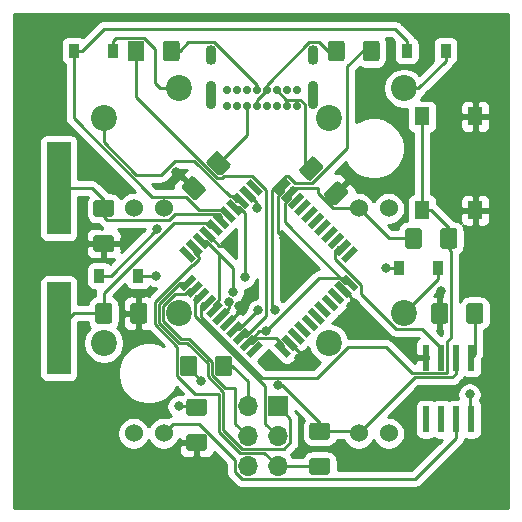
<source format=gbr>
G04 #@! TF.GenerationSoftware,KiCad,Pcbnew,5.1.5+dfsg1-2build2*
G04 #@! TF.CreationDate,2020-08-03T15:49:09+10:00*
G04 #@! TF.ProjectId,macr0,6d616372-302e-46b6-9963-61645f706362,rev?*
G04 #@! TF.SameCoordinates,Original*
G04 #@! TF.FileFunction,Copper,L2,Bot*
G04 #@! TF.FilePolarity,Positive*
%FSLAX46Y46*%
G04 Gerber Fmt 4.6, Leading zero omitted, Abs format (unit mm)*
G04 Created by KiCad (PCBNEW 5.1.5+dfsg1-2build2) date 2020-08-03 15:49:09*
%MOMM*%
%LPD*%
G04 APERTURE LIST*
%ADD10C,2.200000*%
%ADD11C,1.524000*%
%ADD12C,0.100000*%
%ADD13R,0.900000X1.200000*%
%ADD14R,1.300000X1.550000*%
%ADD15R,0.600000X2.200000*%
%ADD16R,2.000000X7.875000*%
%ADD17O,1.700000X1.700000*%
%ADD18R,1.700000X1.700000*%
%ADD19C,0.700000*%
%ADD20O,0.900000X2.400000*%
%ADD21O,0.900000X1.700000*%
%ADD22C,0.800000*%
%ADD23C,0.250000*%
%ADD24C,0.254000*%
G04 APERTURE END LIST*
D10*
X149098000Y-84582000D03*
X142748000Y-87122000D03*
D11*
X147828000Y-94742000D03*
X145288000Y-94742000D03*
D10*
X130048000Y-84582000D03*
X123698000Y-87122000D03*
D11*
X128778000Y-94742000D03*
X126238000Y-94742000D03*
G04 #@! TA.AperFunction,SMDPad,CuDef*
D12*
G36*
X124347504Y-94030704D02*
G01*
X124371773Y-94034304D01*
X124395571Y-94040265D01*
X124418671Y-94048530D01*
X124440849Y-94059020D01*
X124461893Y-94071633D01*
X124481598Y-94086247D01*
X124499777Y-94102723D01*
X124516253Y-94120902D01*
X124530867Y-94140607D01*
X124543480Y-94161651D01*
X124553970Y-94183829D01*
X124562235Y-94206929D01*
X124568196Y-94230727D01*
X124571796Y-94254996D01*
X124573000Y-94279500D01*
X124573000Y-95204500D01*
X124571796Y-95229004D01*
X124568196Y-95253273D01*
X124562235Y-95277071D01*
X124553970Y-95300171D01*
X124543480Y-95322349D01*
X124530867Y-95343393D01*
X124516253Y-95363098D01*
X124499777Y-95381277D01*
X124481598Y-95397753D01*
X124461893Y-95412367D01*
X124440849Y-95424980D01*
X124418671Y-95435470D01*
X124395571Y-95443735D01*
X124371773Y-95449696D01*
X124347504Y-95453296D01*
X124323000Y-95454500D01*
X123073000Y-95454500D01*
X123048496Y-95453296D01*
X123024227Y-95449696D01*
X123000429Y-95443735D01*
X122977329Y-95435470D01*
X122955151Y-95424980D01*
X122934107Y-95412367D01*
X122914402Y-95397753D01*
X122896223Y-95381277D01*
X122879747Y-95363098D01*
X122865133Y-95343393D01*
X122852520Y-95322349D01*
X122842030Y-95300171D01*
X122833765Y-95277071D01*
X122827804Y-95253273D01*
X122824204Y-95229004D01*
X122823000Y-95204500D01*
X122823000Y-94279500D01*
X122824204Y-94254996D01*
X122827804Y-94230727D01*
X122833765Y-94206929D01*
X122842030Y-94183829D01*
X122852520Y-94161651D01*
X122865133Y-94140607D01*
X122879747Y-94120902D01*
X122896223Y-94102723D01*
X122914402Y-94086247D01*
X122934107Y-94071633D01*
X122955151Y-94059020D01*
X122977329Y-94048530D01*
X123000429Y-94040265D01*
X123024227Y-94034304D01*
X123048496Y-94030704D01*
X123073000Y-94029500D01*
X124323000Y-94029500D01*
X124347504Y-94030704D01*
G37*
G04 #@! TD.AperFunction*
G04 #@! TA.AperFunction,SMDPad,CuDef*
G36*
X124347504Y-97005704D02*
G01*
X124371773Y-97009304D01*
X124395571Y-97015265D01*
X124418671Y-97023530D01*
X124440849Y-97034020D01*
X124461893Y-97046633D01*
X124481598Y-97061247D01*
X124499777Y-97077723D01*
X124516253Y-97095902D01*
X124530867Y-97115607D01*
X124543480Y-97136651D01*
X124553970Y-97158829D01*
X124562235Y-97181929D01*
X124568196Y-97205727D01*
X124571796Y-97229996D01*
X124573000Y-97254500D01*
X124573000Y-98179500D01*
X124571796Y-98204004D01*
X124568196Y-98228273D01*
X124562235Y-98252071D01*
X124553970Y-98275171D01*
X124543480Y-98297349D01*
X124530867Y-98318393D01*
X124516253Y-98338098D01*
X124499777Y-98356277D01*
X124481598Y-98372753D01*
X124461893Y-98387367D01*
X124440849Y-98399980D01*
X124418671Y-98410470D01*
X124395571Y-98418735D01*
X124371773Y-98424696D01*
X124347504Y-98428296D01*
X124323000Y-98429500D01*
X123073000Y-98429500D01*
X123048496Y-98428296D01*
X123024227Y-98424696D01*
X123000429Y-98418735D01*
X122977329Y-98410470D01*
X122955151Y-98399980D01*
X122934107Y-98387367D01*
X122914402Y-98372753D01*
X122896223Y-98356277D01*
X122879747Y-98338098D01*
X122865133Y-98318393D01*
X122852520Y-98297349D01*
X122842030Y-98275171D01*
X122833765Y-98252071D01*
X122827804Y-98228273D01*
X122824204Y-98204004D01*
X122823000Y-98179500D01*
X122823000Y-97254500D01*
X122824204Y-97229996D01*
X122827804Y-97205727D01*
X122833765Y-97181929D01*
X122842030Y-97158829D01*
X122852520Y-97136651D01*
X122865133Y-97115607D01*
X122879747Y-97095902D01*
X122896223Y-97077723D01*
X122914402Y-97061247D01*
X122934107Y-97046633D01*
X122955151Y-97034020D01*
X122977329Y-97023530D01*
X123000429Y-97015265D01*
X123024227Y-97009304D01*
X123048496Y-97005704D01*
X123073000Y-97004500D01*
X124323000Y-97004500D01*
X124347504Y-97005704D01*
G37*
G04 #@! TD.AperFunction*
G04 #@! TA.AperFunction,SMDPad,CuDef*
G36*
X124185004Y-102758204D02*
G01*
X124209273Y-102761804D01*
X124233071Y-102767765D01*
X124256171Y-102776030D01*
X124278349Y-102786520D01*
X124299393Y-102799133D01*
X124319098Y-102813747D01*
X124337277Y-102830223D01*
X124353753Y-102848402D01*
X124368367Y-102868107D01*
X124380980Y-102889151D01*
X124391470Y-102911329D01*
X124399735Y-102934429D01*
X124405696Y-102958227D01*
X124409296Y-102982496D01*
X124410500Y-103007000D01*
X124410500Y-104257000D01*
X124409296Y-104281504D01*
X124405696Y-104305773D01*
X124399735Y-104329571D01*
X124391470Y-104352671D01*
X124380980Y-104374849D01*
X124368367Y-104395893D01*
X124353753Y-104415598D01*
X124337277Y-104433777D01*
X124319098Y-104450253D01*
X124299393Y-104464867D01*
X124278349Y-104477480D01*
X124256171Y-104487970D01*
X124233071Y-104496235D01*
X124209273Y-104502196D01*
X124185004Y-104505796D01*
X124160500Y-104507000D01*
X123235500Y-104507000D01*
X123210996Y-104505796D01*
X123186727Y-104502196D01*
X123162929Y-104496235D01*
X123139829Y-104487970D01*
X123117651Y-104477480D01*
X123096607Y-104464867D01*
X123076902Y-104450253D01*
X123058723Y-104433777D01*
X123042247Y-104415598D01*
X123027633Y-104395893D01*
X123015020Y-104374849D01*
X123004530Y-104352671D01*
X122996265Y-104329571D01*
X122990304Y-104305773D01*
X122986704Y-104281504D01*
X122985500Y-104257000D01*
X122985500Y-103007000D01*
X122986704Y-102982496D01*
X122990304Y-102958227D01*
X122996265Y-102934429D01*
X123004530Y-102911329D01*
X123015020Y-102889151D01*
X123027633Y-102868107D01*
X123042247Y-102848402D01*
X123058723Y-102830223D01*
X123076902Y-102813747D01*
X123096607Y-102799133D01*
X123117651Y-102786520D01*
X123139829Y-102776030D01*
X123162929Y-102767765D01*
X123186727Y-102761804D01*
X123210996Y-102758204D01*
X123235500Y-102757000D01*
X124160500Y-102757000D01*
X124185004Y-102758204D01*
G37*
G04 #@! TD.AperFunction*
G04 #@! TA.AperFunction,SMDPad,CuDef*
G36*
X127160004Y-102758204D02*
G01*
X127184273Y-102761804D01*
X127208071Y-102767765D01*
X127231171Y-102776030D01*
X127253349Y-102786520D01*
X127274393Y-102799133D01*
X127294098Y-102813747D01*
X127312277Y-102830223D01*
X127328753Y-102848402D01*
X127343367Y-102868107D01*
X127355980Y-102889151D01*
X127366470Y-102911329D01*
X127374735Y-102934429D01*
X127380696Y-102958227D01*
X127384296Y-102982496D01*
X127385500Y-103007000D01*
X127385500Y-104257000D01*
X127384296Y-104281504D01*
X127380696Y-104305773D01*
X127374735Y-104329571D01*
X127366470Y-104352671D01*
X127355980Y-104374849D01*
X127343367Y-104395893D01*
X127328753Y-104415598D01*
X127312277Y-104433777D01*
X127294098Y-104450253D01*
X127274393Y-104464867D01*
X127253349Y-104477480D01*
X127231171Y-104487970D01*
X127208071Y-104496235D01*
X127184273Y-104502196D01*
X127160004Y-104505796D01*
X127135500Y-104507000D01*
X126210500Y-104507000D01*
X126185996Y-104505796D01*
X126161727Y-104502196D01*
X126137929Y-104496235D01*
X126114829Y-104487970D01*
X126092651Y-104477480D01*
X126071607Y-104464867D01*
X126051902Y-104450253D01*
X126033723Y-104433777D01*
X126017247Y-104415598D01*
X126002633Y-104395893D01*
X125990020Y-104374849D01*
X125979530Y-104352671D01*
X125971265Y-104329571D01*
X125965304Y-104305773D01*
X125961704Y-104281504D01*
X125960500Y-104257000D01*
X125960500Y-103007000D01*
X125961704Y-102982496D01*
X125965304Y-102958227D01*
X125971265Y-102934429D01*
X125979530Y-102911329D01*
X125990020Y-102889151D01*
X126002633Y-102868107D01*
X126017247Y-102848402D01*
X126033723Y-102830223D01*
X126051902Y-102813747D01*
X126071607Y-102799133D01*
X126092651Y-102786520D01*
X126114829Y-102776030D01*
X126137929Y-102767765D01*
X126161727Y-102761804D01*
X126185996Y-102758204D01*
X126210500Y-102757000D01*
X127135500Y-102757000D01*
X127160004Y-102758204D01*
G37*
G04 #@! TD.AperFunction*
G04 #@! TA.AperFunction,SMDPad,CuDef*
G36*
X132221504Y-113842704D02*
G01*
X132245773Y-113846304D01*
X132269571Y-113852265D01*
X132292671Y-113860530D01*
X132314849Y-113871020D01*
X132335893Y-113883633D01*
X132355598Y-113898247D01*
X132373777Y-113914723D01*
X132390253Y-113932902D01*
X132404867Y-113952607D01*
X132417480Y-113973651D01*
X132427970Y-113995829D01*
X132436235Y-114018929D01*
X132442196Y-114042727D01*
X132445796Y-114066996D01*
X132447000Y-114091500D01*
X132447000Y-115016500D01*
X132445796Y-115041004D01*
X132442196Y-115065273D01*
X132436235Y-115089071D01*
X132427970Y-115112171D01*
X132417480Y-115134349D01*
X132404867Y-115155393D01*
X132390253Y-115175098D01*
X132373777Y-115193277D01*
X132355598Y-115209753D01*
X132335893Y-115224367D01*
X132314849Y-115236980D01*
X132292671Y-115247470D01*
X132269571Y-115255735D01*
X132245773Y-115261696D01*
X132221504Y-115265296D01*
X132197000Y-115266500D01*
X130947000Y-115266500D01*
X130922496Y-115265296D01*
X130898227Y-115261696D01*
X130874429Y-115255735D01*
X130851329Y-115247470D01*
X130829151Y-115236980D01*
X130808107Y-115224367D01*
X130788402Y-115209753D01*
X130770223Y-115193277D01*
X130753747Y-115175098D01*
X130739133Y-115155393D01*
X130726520Y-115134349D01*
X130716030Y-115112171D01*
X130707765Y-115089071D01*
X130701804Y-115065273D01*
X130698204Y-115041004D01*
X130697000Y-115016500D01*
X130697000Y-114091500D01*
X130698204Y-114066996D01*
X130701804Y-114042727D01*
X130707765Y-114018929D01*
X130716030Y-113995829D01*
X130726520Y-113973651D01*
X130739133Y-113952607D01*
X130753747Y-113932902D01*
X130770223Y-113914723D01*
X130788402Y-113898247D01*
X130808107Y-113883633D01*
X130829151Y-113871020D01*
X130851329Y-113860530D01*
X130874429Y-113852265D01*
X130898227Y-113846304D01*
X130922496Y-113842704D01*
X130947000Y-113841500D01*
X132197000Y-113841500D01*
X132221504Y-113842704D01*
G37*
G04 #@! TD.AperFunction*
G04 #@! TA.AperFunction,SMDPad,CuDef*
G36*
X132221504Y-110867704D02*
G01*
X132245773Y-110871304D01*
X132269571Y-110877265D01*
X132292671Y-110885530D01*
X132314849Y-110896020D01*
X132335893Y-110908633D01*
X132355598Y-110923247D01*
X132373777Y-110939723D01*
X132390253Y-110957902D01*
X132404867Y-110977607D01*
X132417480Y-110998651D01*
X132427970Y-111020829D01*
X132436235Y-111043929D01*
X132442196Y-111067727D01*
X132445796Y-111091996D01*
X132447000Y-111116500D01*
X132447000Y-112041500D01*
X132445796Y-112066004D01*
X132442196Y-112090273D01*
X132436235Y-112114071D01*
X132427970Y-112137171D01*
X132417480Y-112159349D01*
X132404867Y-112180393D01*
X132390253Y-112200098D01*
X132373777Y-112218277D01*
X132355598Y-112234753D01*
X132335893Y-112249367D01*
X132314849Y-112261980D01*
X132292671Y-112272470D01*
X132269571Y-112280735D01*
X132245773Y-112286696D01*
X132221504Y-112290296D01*
X132197000Y-112291500D01*
X130947000Y-112291500D01*
X130922496Y-112290296D01*
X130898227Y-112286696D01*
X130874429Y-112280735D01*
X130851329Y-112272470D01*
X130829151Y-112261980D01*
X130808107Y-112249367D01*
X130788402Y-112234753D01*
X130770223Y-112218277D01*
X130753747Y-112200098D01*
X130739133Y-112180393D01*
X130726520Y-112159349D01*
X130716030Y-112137171D01*
X130707765Y-112114071D01*
X130701804Y-112090273D01*
X130698204Y-112066004D01*
X130697000Y-112041500D01*
X130697000Y-111116500D01*
X130698204Y-111091996D01*
X130701804Y-111067727D01*
X130707765Y-111043929D01*
X130716030Y-111020829D01*
X130726520Y-110998651D01*
X130739133Y-110977607D01*
X130753747Y-110957902D01*
X130770223Y-110939723D01*
X130788402Y-110923247D01*
X130808107Y-110908633D01*
X130829151Y-110896020D01*
X130851329Y-110885530D01*
X130874429Y-110877265D01*
X130898227Y-110871304D01*
X130922496Y-110867704D01*
X130947000Y-110866500D01*
X132197000Y-110866500D01*
X132221504Y-110867704D01*
G37*
G04 #@! TD.AperFunction*
G04 #@! TA.AperFunction,SMDPad,CuDef*
G36*
X134345004Y-107203204D02*
G01*
X134369273Y-107206804D01*
X134393071Y-107212765D01*
X134416171Y-107221030D01*
X134438349Y-107231520D01*
X134459393Y-107244133D01*
X134479098Y-107258747D01*
X134497277Y-107275223D01*
X134513753Y-107293402D01*
X134528367Y-107313107D01*
X134540980Y-107334151D01*
X134551470Y-107356329D01*
X134559735Y-107379429D01*
X134565696Y-107403227D01*
X134569296Y-107427496D01*
X134570500Y-107452000D01*
X134570500Y-108702000D01*
X134569296Y-108726504D01*
X134565696Y-108750773D01*
X134559735Y-108774571D01*
X134551470Y-108797671D01*
X134540980Y-108819849D01*
X134528367Y-108840893D01*
X134513753Y-108860598D01*
X134497277Y-108878777D01*
X134479098Y-108895253D01*
X134459393Y-108909867D01*
X134438349Y-108922480D01*
X134416171Y-108932970D01*
X134393071Y-108941235D01*
X134369273Y-108947196D01*
X134345004Y-108950796D01*
X134320500Y-108952000D01*
X133395500Y-108952000D01*
X133370996Y-108950796D01*
X133346727Y-108947196D01*
X133322929Y-108941235D01*
X133299829Y-108932970D01*
X133277651Y-108922480D01*
X133256607Y-108909867D01*
X133236902Y-108895253D01*
X133218723Y-108878777D01*
X133202247Y-108860598D01*
X133187633Y-108840893D01*
X133175020Y-108819849D01*
X133164530Y-108797671D01*
X133156265Y-108774571D01*
X133150304Y-108750773D01*
X133146704Y-108726504D01*
X133145500Y-108702000D01*
X133145500Y-107452000D01*
X133146704Y-107427496D01*
X133150304Y-107403227D01*
X133156265Y-107379429D01*
X133164530Y-107356329D01*
X133175020Y-107334151D01*
X133187633Y-107313107D01*
X133202247Y-107293402D01*
X133218723Y-107275223D01*
X133236902Y-107258747D01*
X133256607Y-107244133D01*
X133277651Y-107231520D01*
X133299829Y-107221030D01*
X133322929Y-107212765D01*
X133346727Y-107206804D01*
X133370996Y-107203204D01*
X133395500Y-107202000D01*
X134320500Y-107202000D01*
X134345004Y-107203204D01*
G37*
G04 #@! TD.AperFunction*
G04 #@! TA.AperFunction,SMDPad,CuDef*
G36*
X131370004Y-107203204D02*
G01*
X131394273Y-107206804D01*
X131418071Y-107212765D01*
X131441171Y-107221030D01*
X131463349Y-107231520D01*
X131484393Y-107244133D01*
X131504098Y-107258747D01*
X131522277Y-107275223D01*
X131538753Y-107293402D01*
X131553367Y-107313107D01*
X131565980Y-107334151D01*
X131576470Y-107356329D01*
X131584735Y-107379429D01*
X131590696Y-107403227D01*
X131594296Y-107427496D01*
X131595500Y-107452000D01*
X131595500Y-108702000D01*
X131594296Y-108726504D01*
X131590696Y-108750773D01*
X131584735Y-108774571D01*
X131576470Y-108797671D01*
X131565980Y-108819849D01*
X131553367Y-108840893D01*
X131538753Y-108860598D01*
X131522277Y-108878777D01*
X131504098Y-108895253D01*
X131484393Y-108909867D01*
X131463349Y-108922480D01*
X131441171Y-108932970D01*
X131418071Y-108941235D01*
X131394273Y-108947196D01*
X131370004Y-108950796D01*
X131345500Y-108952000D01*
X130420500Y-108952000D01*
X130395996Y-108950796D01*
X130371727Y-108947196D01*
X130347929Y-108941235D01*
X130324829Y-108932970D01*
X130302651Y-108922480D01*
X130281607Y-108909867D01*
X130261902Y-108895253D01*
X130243723Y-108878777D01*
X130227247Y-108860598D01*
X130212633Y-108840893D01*
X130200020Y-108819849D01*
X130189530Y-108797671D01*
X130181265Y-108774571D01*
X130175304Y-108750773D01*
X130171704Y-108726504D01*
X130170500Y-108702000D01*
X130170500Y-107452000D01*
X130171704Y-107427496D01*
X130175304Y-107403227D01*
X130181265Y-107379429D01*
X130189530Y-107356329D01*
X130200020Y-107334151D01*
X130212633Y-107313107D01*
X130227247Y-107293402D01*
X130243723Y-107275223D01*
X130261902Y-107258747D01*
X130281607Y-107244133D01*
X130302651Y-107231520D01*
X130324829Y-107221030D01*
X130347929Y-107212765D01*
X130371727Y-107206804D01*
X130395996Y-107203204D01*
X130420500Y-107202000D01*
X131345500Y-107202000D01*
X131370004Y-107203204D01*
G37*
G04 #@! TD.AperFunction*
D13*
X124458000Y-81407000D03*
X121158000Y-81407000D03*
X149353000Y-81407000D03*
X152653000Y-81407000D03*
X123318000Y-100457000D03*
X126618000Y-100457000D03*
X152018000Y-99822000D03*
X148718000Y-99822000D03*
G04 #@! TA.AperFunction,SMDPad,CuDef*
D12*
G36*
X142635504Y-115874704D02*
G01*
X142659773Y-115878304D01*
X142683571Y-115884265D01*
X142706671Y-115892530D01*
X142728849Y-115903020D01*
X142749893Y-115915633D01*
X142769598Y-115930247D01*
X142787777Y-115946723D01*
X142804253Y-115964902D01*
X142818867Y-115984607D01*
X142831480Y-116005651D01*
X142841970Y-116027829D01*
X142850235Y-116050929D01*
X142856196Y-116074727D01*
X142859796Y-116098996D01*
X142861000Y-116123500D01*
X142861000Y-117048500D01*
X142859796Y-117073004D01*
X142856196Y-117097273D01*
X142850235Y-117121071D01*
X142841970Y-117144171D01*
X142831480Y-117166349D01*
X142818867Y-117187393D01*
X142804253Y-117207098D01*
X142787777Y-117225277D01*
X142769598Y-117241753D01*
X142749893Y-117256367D01*
X142728849Y-117268980D01*
X142706671Y-117279470D01*
X142683571Y-117287735D01*
X142659773Y-117293696D01*
X142635504Y-117297296D01*
X142611000Y-117298500D01*
X141361000Y-117298500D01*
X141336496Y-117297296D01*
X141312227Y-117293696D01*
X141288429Y-117287735D01*
X141265329Y-117279470D01*
X141243151Y-117268980D01*
X141222107Y-117256367D01*
X141202402Y-117241753D01*
X141184223Y-117225277D01*
X141167747Y-117207098D01*
X141153133Y-117187393D01*
X141140520Y-117166349D01*
X141130030Y-117144171D01*
X141121765Y-117121071D01*
X141115804Y-117097273D01*
X141112204Y-117073004D01*
X141111000Y-117048500D01*
X141111000Y-116123500D01*
X141112204Y-116098996D01*
X141115804Y-116074727D01*
X141121765Y-116050929D01*
X141130030Y-116027829D01*
X141140520Y-116005651D01*
X141153133Y-115984607D01*
X141167747Y-115964902D01*
X141184223Y-115946723D01*
X141202402Y-115930247D01*
X141222107Y-115915633D01*
X141243151Y-115903020D01*
X141265329Y-115892530D01*
X141288429Y-115884265D01*
X141312227Y-115878304D01*
X141336496Y-115874704D01*
X141361000Y-115873500D01*
X142611000Y-115873500D01*
X142635504Y-115874704D01*
G37*
G04 #@! TD.AperFunction*
G04 #@! TA.AperFunction,SMDPad,CuDef*
G36*
X142635504Y-112899704D02*
G01*
X142659773Y-112903304D01*
X142683571Y-112909265D01*
X142706671Y-112917530D01*
X142728849Y-112928020D01*
X142749893Y-112940633D01*
X142769598Y-112955247D01*
X142787777Y-112971723D01*
X142804253Y-112989902D01*
X142818867Y-113009607D01*
X142831480Y-113030651D01*
X142841970Y-113052829D01*
X142850235Y-113075929D01*
X142856196Y-113099727D01*
X142859796Y-113123996D01*
X142861000Y-113148500D01*
X142861000Y-114073500D01*
X142859796Y-114098004D01*
X142856196Y-114122273D01*
X142850235Y-114146071D01*
X142841970Y-114169171D01*
X142831480Y-114191349D01*
X142818867Y-114212393D01*
X142804253Y-114232098D01*
X142787777Y-114250277D01*
X142769598Y-114266753D01*
X142749893Y-114281367D01*
X142728849Y-114293980D01*
X142706671Y-114304470D01*
X142683571Y-114312735D01*
X142659773Y-114318696D01*
X142635504Y-114322296D01*
X142611000Y-114323500D01*
X141361000Y-114323500D01*
X141336496Y-114322296D01*
X141312227Y-114318696D01*
X141288429Y-114312735D01*
X141265329Y-114304470D01*
X141243151Y-114293980D01*
X141222107Y-114281367D01*
X141202402Y-114266753D01*
X141184223Y-114250277D01*
X141167747Y-114232098D01*
X141153133Y-114212393D01*
X141140520Y-114191349D01*
X141130030Y-114169171D01*
X141121765Y-114146071D01*
X141115804Y-114122273D01*
X141112204Y-114098004D01*
X141111000Y-114073500D01*
X141111000Y-113148500D01*
X141112204Y-113123996D01*
X141115804Y-113099727D01*
X141121765Y-113075929D01*
X141130030Y-113052829D01*
X141140520Y-113030651D01*
X141153133Y-113009607D01*
X141167747Y-112989902D01*
X141184223Y-112971723D01*
X141202402Y-112955247D01*
X141222107Y-112940633D01*
X141243151Y-112928020D01*
X141265329Y-112917530D01*
X141288429Y-112909265D01*
X141312227Y-112903304D01*
X141336496Y-112899704D01*
X141361000Y-112898500D01*
X142611000Y-112898500D01*
X142635504Y-112899704D01*
G37*
G04 #@! TD.AperFunction*
G04 #@! TA.AperFunction,SMDPad,CuDef*
G36*
X150420004Y-96408204D02*
G01*
X150444273Y-96411804D01*
X150468071Y-96417765D01*
X150491171Y-96426030D01*
X150513349Y-96436520D01*
X150534393Y-96449133D01*
X150554098Y-96463747D01*
X150572277Y-96480223D01*
X150588753Y-96498402D01*
X150603367Y-96518107D01*
X150615980Y-96539151D01*
X150626470Y-96561329D01*
X150634735Y-96584429D01*
X150640696Y-96608227D01*
X150644296Y-96632496D01*
X150645500Y-96657000D01*
X150645500Y-97907000D01*
X150644296Y-97931504D01*
X150640696Y-97955773D01*
X150634735Y-97979571D01*
X150626470Y-98002671D01*
X150615980Y-98024849D01*
X150603367Y-98045893D01*
X150588753Y-98065598D01*
X150572277Y-98083777D01*
X150554098Y-98100253D01*
X150534393Y-98114867D01*
X150513349Y-98127480D01*
X150491171Y-98137970D01*
X150468071Y-98146235D01*
X150444273Y-98152196D01*
X150420004Y-98155796D01*
X150395500Y-98157000D01*
X149470500Y-98157000D01*
X149445996Y-98155796D01*
X149421727Y-98152196D01*
X149397929Y-98146235D01*
X149374829Y-98137970D01*
X149352651Y-98127480D01*
X149331607Y-98114867D01*
X149311902Y-98100253D01*
X149293723Y-98083777D01*
X149277247Y-98065598D01*
X149262633Y-98045893D01*
X149250020Y-98024849D01*
X149239530Y-98002671D01*
X149231265Y-97979571D01*
X149225304Y-97955773D01*
X149221704Y-97931504D01*
X149220500Y-97907000D01*
X149220500Y-96657000D01*
X149221704Y-96632496D01*
X149225304Y-96608227D01*
X149231265Y-96584429D01*
X149239530Y-96561329D01*
X149250020Y-96539151D01*
X149262633Y-96518107D01*
X149277247Y-96498402D01*
X149293723Y-96480223D01*
X149311902Y-96463747D01*
X149331607Y-96449133D01*
X149352651Y-96436520D01*
X149374829Y-96426030D01*
X149397929Y-96417765D01*
X149421727Y-96411804D01*
X149445996Y-96408204D01*
X149470500Y-96407000D01*
X150395500Y-96407000D01*
X150420004Y-96408204D01*
G37*
G04 #@! TD.AperFunction*
G04 #@! TA.AperFunction,SMDPad,CuDef*
G36*
X153395004Y-96408204D02*
G01*
X153419273Y-96411804D01*
X153443071Y-96417765D01*
X153466171Y-96426030D01*
X153488349Y-96436520D01*
X153509393Y-96449133D01*
X153529098Y-96463747D01*
X153547277Y-96480223D01*
X153563753Y-96498402D01*
X153578367Y-96518107D01*
X153590980Y-96539151D01*
X153601470Y-96561329D01*
X153609735Y-96584429D01*
X153615696Y-96608227D01*
X153619296Y-96632496D01*
X153620500Y-96657000D01*
X153620500Y-97907000D01*
X153619296Y-97931504D01*
X153615696Y-97955773D01*
X153609735Y-97979571D01*
X153601470Y-98002671D01*
X153590980Y-98024849D01*
X153578367Y-98045893D01*
X153563753Y-98065598D01*
X153547277Y-98083777D01*
X153529098Y-98100253D01*
X153509393Y-98114867D01*
X153488349Y-98127480D01*
X153466171Y-98137970D01*
X153443071Y-98146235D01*
X153419273Y-98152196D01*
X153395004Y-98155796D01*
X153370500Y-98157000D01*
X152445500Y-98157000D01*
X152420996Y-98155796D01*
X152396727Y-98152196D01*
X152372929Y-98146235D01*
X152349829Y-98137970D01*
X152327651Y-98127480D01*
X152306607Y-98114867D01*
X152286902Y-98100253D01*
X152268723Y-98083777D01*
X152252247Y-98065598D01*
X152237633Y-98045893D01*
X152225020Y-98024849D01*
X152214530Y-98002671D01*
X152206265Y-97979571D01*
X152200304Y-97955773D01*
X152196704Y-97931504D01*
X152195500Y-97907000D01*
X152195500Y-96657000D01*
X152196704Y-96632496D01*
X152200304Y-96608227D01*
X152206265Y-96584429D01*
X152214530Y-96561329D01*
X152225020Y-96539151D01*
X152237633Y-96518107D01*
X152252247Y-96498402D01*
X152268723Y-96480223D01*
X152286902Y-96463747D01*
X152306607Y-96449133D01*
X152327651Y-96436520D01*
X152349829Y-96426030D01*
X152372929Y-96417765D01*
X152396727Y-96411804D01*
X152420996Y-96408204D01*
X152445500Y-96407000D01*
X153370500Y-96407000D01*
X153395004Y-96408204D01*
G37*
G04 #@! TD.AperFunction*
G04 #@! TA.AperFunction,SMDPad,CuDef*
G36*
X133331920Y-89914225D02*
G01*
X133356189Y-89917825D01*
X133379987Y-89923786D01*
X133403087Y-89932051D01*
X133425265Y-89942541D01*
X133446309Y-89955154D01*
X133466014Y-89969768D01*
X133484193Y-89986244D01*
X134368077Y-90870128D01*
X134384553Y-90888307D01*
X134399167Y-90908012D01*
X134411780Y-90929056D01*
X134422270Y-90951234D01*
X134430535Y-90974334D01*
X134436496Y-90998132D01*
X134440096Y-91022401D01*
X134441300Y-91046905D01*
X134440096Y-91071409D01*
X134436496Y-91095678D01*
X134430535Y-91119476D01*
X134422270Y-91142576D01*
X134411780Y-91164754D01*
X134399167Y-91185798D01*
X134384553Y-91205503D01*
X134368077Y-91223682D01*
X133714003Y-91877756D01*
X133695824Y-91894232D01*
X133676119Y-91908846D01*
X133655075Y-91921459D01*
X133632897Y-91931949D01*
X133609797Y-91940214D01*
X133585999Y-91946175D01*
X133561730Y-91949775D01*
X133537226Y-91950979D01*
X133512722Y-91949775D01*
X133488453Y-91946175D01*
X133464655Y-91940214D01*
X133441555Y-91931949D01*
X133419377Y-91921459D01*
X133398333Y-91908846D01*
X133378628Y-91894232D01*
X133360449Y-91877756D01*
X132476565Y-90993872D01*
X132460089Y-90975693D01*
X132445475Y-90955988D01*
X132432862Y-90934944D01*
X132422372Y-90912766D01*
X132414107Y-90889666D01*
X132408146Y-90865868D01*
X132404546Y-90841599D01*
X132403342Y-90817095D01*
X132404546Y-90792591D01*
X132408146Y-90768322D01*
X132414107Y-90744524D01*
X132422372Y-90721424D01*
X132432862Y-90699246D01*
X132445475Y-90678202D01*
X132460089Y-90658497D01*
X132476565Y-90640318D01*
X133130639Y-89986244D01*
X133148818Y-89969768D01*
X133168523Y-89955154D01*
X133189567Y-89942541D01*
X133211745Y-89932051D01*
X133234845Y-89923786D01*
X133258643Y-89917825D01*
X133282912Y-89914225D01*
X133307416Y-89913021D01*
X133331920Y-89914225D01*
G37*
G04 #@! TD.AperFunction*
G04 #@! TA.AperFunction,SMDPad,CuDef*
G36*
X131228278Y-92017867D02*
G01*
X131252547Y-92021467D01*
X131276345Y-92027428D01*
X131299445Y-92035693D01*
X131321623Y-92046183D01*
X131342667Y-92058796D01*
X131362372Y-92073410D01*
X131380551Y-92089886D01*
X132264435Y-92973770D01*
X132280911Y-92991949D01*
X132295525Y-93011654D01*
X132308138Y-93032698D01*
X132318628Y-93054876D01*
X132326893Y-93077976D01*
X132332854Y-93101774D01*
X132336454Y-93126043D01*
X132337658Y-93150547D01*
X132336454Y-93175051D01*
X132332854Y-93199320D01*
X132326893Y-93223118D01*
X132318628Y-93246218D01*
X132308138Y-93268396D01*
X132295525Y-93289440D01*
X132280911Y-93309145D01*
X132264435Y-93327324D01*
X131610361Y-93981398D01*
X131592182Y-93997874D01*
X131572477Y-94012488D01*
X131551433Y-94025101D01*
X131529255Y-94035591D01*
X131506155Y-94043856D01*
X131482357Y-94049817D01*
X131458088Y-94053417D01*
X131433584Y-94054621D01*
X131409080Y-94053417D01*
X131384811Y-94049817D01*
X131361013Y-94043856D01*
X131337913Y-94035591D01*
X131315735Y-94025101D01*
X131294691Y-94012488D01*
X131274986Y-93997874D01*
X131256807Y-93981398D01*
X130372923Y-93097514D01*
X130356447Y-93079335D01*
X130341833Y-93059630D01*
X130329220Y-93038586D01*
X130318730Y-93016408D01*
X130310465Y-92993308D01*
X130304504Y-92969510D01*
X130300904Y-92945241D01*
X130299700Y-92920737D01*
X130300904Y-92896233D01*
X130304504Y-92871964D01*
X130310465Y-92848166D01*
X130318730Y-92825066D01*
X130329220Y-92802888D01*
X130341833Y-92781844D01*
X130356447Y-92762139D01*
X130372923Y-92743960D01*
X131026997Y-92089886D01*
X131045176Y-92073410D01*
X131064881Y-92058796D01*
X131085925Y-92046183D01*
X131108103Y-92035693D01*
X131131203Y-92027428D01*
X131155001Y-92021467D01*
X131179270Y-92017867D01*
X131203774Y-92016663D01*
X131228278Y-92017867D01*
G37*
G04 #@! TD.AperFunction*
G04 #@! TA.AperFunction,SMDPad,CuDef*
G36*
X143522409Y-92454225D02*
G01*
X143546678Y-92457825D01*
X143570476Y-92463786D01*
X143593576Y-92472051D01*
X143615754Y-92482541D01*
X143636798Y-92495154D01*
X143656503Y-92509768D01*
X143674682Y-92526244D01*
X144328756Y-93180318D01*
X144345232Y-93198497D01*
X144359846Y-93218202D01*
X144372459Y-93239246D01*
X144382949Y-93261424D01*
X144391214Y-93284524D01*
X144397175Y-93308322D01*
X144400775Y-93332591D01*
X144401979Y-93357095D01*
X144400775Y-93381599D01*
X144397175Y-93405868D01*
X144391214Y-93429666D01*
X144382949Y-93452766D01*
X144372459Y-93474944D01*
X144359846Y-93495988D01*
X144345232Y-93515693D01*
X144328756Y-93533872D01*
X143444872Y-94417756D01*
X143426693Y-94434232D01*
X143406988Y-94448846D01*
X143385944Y-94461459D01*
X143363766Y-94471949D01*
X143340666Y-94480214D01*
X143316868Y-94486175D01*
X143292599Y-94489775D01*
X143268095Y-94490979D01*
X143243591Y-94489775D01*
X143219322Y-94486175D01*
X143195524Y-94480214D01*
X143172424Y-94471949D01*
X143150246Y-94461459D01*
X143129202Y-94448846D01*
X143109497Y-94434232D01*
X143091318Y-94417756D01*
X142437244Y-93763682D01*
X142420768Y-93745503D01*
X142406154Y-93725798D01*
X142393541Y-93704754D01*
X142383051Y-93682576D01*
X142374786Y-93659476D01*
X142368825Y-93635678D01*
X142365225Y-93611409D01*
X142364021Y-93586905D01*
X142365225Y-93562401D01*
X142368825Y-93538132D01*
X142374786Y-93514334D01*
X142383051Y-93491234D01*
X142393541Y-93469056D01*
X142406154Y-93448012D01*
X142420768Y-93428307D01*
X142437244Y-93410128D01*
X143321128Y-92526244D01*
X143339307Y-92509768D01*
X143359012Y-92495154D01*
X143380056Y-92482541D01*
X143402234Y-92472051D01*
X143425334Y-92463786D01*
X143449132Y-92457825D01*
X143473401Y-92454225D01*
X143497905Y-92453021D01*
X143522409Y-92454225D01*
G37*
G04 #@! TD.AperFunction*
G04 #@! TA.AperFunction,SMDPad,CuDef*
G36*
X141418767Y-90350583D02*
G01*
X141443036Y-90354183D01*
X141466834Y-90360144D01*
X141489934Y-90368409D01*
X141512112Y-90378899D01*
X141533156Y-90391512D01*
X141552861Y-90406126D01*
X141571040Y-90422602D01*
X142225114Y-91076676D01*
X142241590Y-91094855D01*
X142256204Y-91114560D01*
X142268817Y-91135604D01*
X142279307Y-91157782D01*
X142287572Y-91180882D01*
X142293533Y-91204680D01*
X142297133Y-91228949D01*
X142298337Y-91253453D01*
X142297133Y-91277957D01*
X142293533Y-91302226D01*
X142287572Y-91326024D01*
X142279307Y-91349124D01*
X142268817Y-91371302D01*
X142256204Y-91392346D01*
X142241590Y-91412051D01*
X142225114Y-91430230D01*
X141341230Y-92314114D01*
X141323051Y-92330590D01*
X141303346Y-92345204D01*
X141282302Y-92357817D01*
X141260124Y-92368307D01*
X141237024Y-92376572D01*
X141213226Y-92382533D01*
X141188957Y-92386133D01*
X141164453Y-92387337D01*
X141139949Y-92386133D01*
X141115680Y-92382533D01*
X141091882Y-92376572D01*
X141068782Y-92368307D01*
X141046604Y-92357817D01*
X141025560Y-92345204D01*
X141005855Y-92330590D01*
X140987676Y-92314114D01*
X140333602Y-91660040D01*
X140317126Y-91641861D01*
X140302512Y-91622156D01*
X140289899Y-91601112D01*
X140279409Y-91578934D01*
X140271144Y-91555834D01*
X140265183Y-91532036D01*
X140261583Y-91507767D01*
X140260379Y-91483263D01*
X140261583Y-91458759D01*
X140265183Y-91434490D01*
X140271144Y-91410692D01*
X140279409Y-91387592D01*
X140289899Y-91365414D01*
X140302512Y-91344370D01*
X140317126Y-91324665D01*
X140333602Y-91306486D01*
X141217486Y-90422602D01*
X141235665Y-90406126D01*
X141255370Y-90391512D01*
X141276414Y-90378899D01*
X141298592Y-90368409D01*
X141321692Y-90360144D01*
X141345490Y-90354183D01*
X141369759Y-90350583D01*
X141394263Y-90349379D01*
X141418767Y-90350583D01*
G37*
G04 #@! TD.AperFunction*
G04 #@! TA.AperFunction,SMDPad,CuDef*
G36*
X126925004Y-80533204D02*
G01*
X126949273Y-80536804D01*
X126973071Y-80542765D01*
X126996171Y-80551030D01*
X127018349Y-80561520D01*
X127039393Y-80574133D01*
X127059098Y-80588747D01*
X127077277Y-80605223D01*
X127093753Y-80623402D01*
X127108367Y-80643107D01*
X127120980Y-80664151D01*
X127131470Y-80686329D01*
X127139735Y-80709429D01*
X127145696Y-80733227D01*
X127149296Y-80757496D01*
X127150500Y-80782000D01*
X127150500Y-82032000D01*
X127149296Y-82056504D01*
X127145696Y-82080773D01*
X127139735Y-82104571D01*
X127131470Y-82127671D01*
X127120980Y-82149849D01*
X127108367Y-82170893D01*
X127093753Y-82190598D01*
X127077277Y-82208777D01*
X127059098Y-82225253D01*
X127039393Y-82239867D01*
X127018349Y-82252480D01*
X126996171Y-82262970D01*
X126973071Y-82271235D01*
X126949273Y-82277196D01*
X126925004Y-82280796D01*
X126900500Y-82282000D01*
X125975500Y-82282000D01*
X125950996Y-82280796D01*
X125926727Y-82277196D01*
X125902929Y-82271235D01*
X125879829Y-82262970D01*
X125857651Y-82252480D01*
X125836607Y-82239867D01*
X125816902Y-82225253D01*
X125798723Y-82208777D01*
X125782247Y-82190598D01*
X125767633Y-82170893D01*
X125755020Y-82149849D01*
X125744530Y-82127671D01*
X125736265Y-82104571D01*
X125730304Y-82080773D01*
X125726704Y-82056504D01*
X125725500Y-82032000D01*
X125725500Y-80782000D01*
X125726704Y-80757496D01*
X125730304Y-80733227D01*
X125736265Y-80709429D01*
X125744530Y-80686329D01*
X125755020Y-80664151D01*
X125767633Y-80643107D01*
X125782247Y-80623402D01*
X125798723Y-80605223D01*
X125816902Y-80588747D01*
X125836607Y-80574133D01*
X125857651Y-80561520D01*
X125879829Y-80551030D01*
X125902929Y-80542765D01*
X125926727Y-80536804D01*
X125950996Y-80533204D01*
X125975500Y-80532000D01*
X126900500Y-80532000D01*
X126925004Y-80533204D01*
G37*
G04 #@! TD.AperFunction*
G04 #@! TA.AperFunction,SMDPad,CuDef*
G36*
X129900004Y-80533204D02*
G01*
X129924273Y-80536804D01*
X129948071Y-80542765D01*
X129971171Y-80551030D01*
X129993349Y-80561520D01*
X130014393Y-80574133D01*
X130034098Y-80588747D01*
X130052277Y-80605223D01*
X130068753Y-80623402D01*
X130083367Y-80643107D01*
X130095980Y-80664151D01*
X130106470Y-80686329D01*
X130114735Y-80709429D01*
X130120696Y-80733227D01*
X130124296Y-80757496D01*
X130125500Y-80782000D01*
X130125500Y-82032000D01*
X130124296Y-82056504D01*
X130120696Y-82080773D01*
X130114735Y-82104571D01*
X130106470Y-82127671D01*
X130095980Y-82149849D01*
X130083367Y-82170893D01*
X130068753Y-82190598D01*
X130052277Y-82208777D01*
X130034098Y-82225253D01*
X130014393Y-82239867D01*
X129993349Y-82252480D01*
X129971171Y-82262970D01*
X129948071Y-82271235D01*
X129924273Y-82277196D01*
X129900004Y-82280796D01*
X129875500Y-82282000D01*
X128950500Y-82282000D01*
X128925996Y-82280796D01*
X128901727Y-82277196D01*
X128877929Y-82271235D01*
X128854829Y-82262970D01*
X128832651Y-82252480D01*
X128811607Y-82239867D01*
X128791902Y-82225253D01*
X128773723Y-82208777D01*
X128757247Y-82190598D01*
X128742633Y-82170893D01*
X128730020Y-82149849D01*
X128719530Y-82127671D01*
X128711265Y-82104571D01*
X128705304Y-82080773D01*
X128701704Y-82056504D01*
X128700500Y-82032000D01*
X128700500Y-80782000D01*
X128701704Y-80757496D01*
X128705304Y-80733227D01*
X128711265Y-80709429D01*
X128719530Y-80686329D01*
X128730020Y-80664151D01*
X128742633Y-80643107D01*
X128757247Y-80623402D01*
X128773723Y-80605223D01*
X128791902Y-80588747D01*
X128811607Y-80574133D01*
X128832651Y-80561520D01*
X128854829Y-80551030D01*
X128877929Y-80542765D01*
X128901727Y-80536804D01*
X128925996Y-80533204D01*
X128950500Y-80532000D01*
X129875500Y-80532000D01*
X129900004Y-80533204D01*
G37*
G04 #@! TD.AperFunction*
G04 #@! TA.AperFunction,SMDPad,CuDef*
G36*
X143870004Y-80533204D02*
G01*
X143894273Y-80536804D01*
X143918071Y-80542765D01*
X143941171Y-80551030D01*
X143963349Y-80561520D01*
X143984393Y-80574133D01*
X144004098Y-80588747D01*
X144022277Y-80605223D01*
X144038753Y-80623402D01*
X144053367Y-80643107D01*
X144065980Y-80664151D01*
X144076470Y-80686329D01*
X144084735Y-80709429D01*
X144090696Y-80733227D01*
X144094296Y-80757496D01*
X144095500Y-80782000D01*
X144095500Y-82032000D01*
X144094296Y-82056504D01*
X144090696Y-82080773D01*
X144084735Y-82104571D01*
X144076470Y-82127671D01*
X144065980Y-82149849D01*
X144053367Y-82170893D01*
X144038753Y-82190598D01*
X144022277Y-82208777D01*
X144004098Y-82225253D01*
X143984393Y-82239867D01*
X143963349Y-82252480D01*
X143941171Y-82262970D01*
X143918071Y-82271235D01*
X143894273Y-82277196D01*
X143870004Y-82280796D01*
X143845500Y-82282000D01*
X142920500Y-82282000D01*
X142895996Y-82280796D01*
X142871727Y-82277196D01*
X142847929Y-82271235D01*
X142824829Y-82262970D01*
X142802651Y-82252480D01*
X142781607Y-82239867D01*
X142761902Y-82225253D01*
X142743723Y-82208777D01*
X142727247Y-82190598D01*
X142712633Y-82170893D01*
X142700020Y-82149849D01*
X142689530Y-82127671D01*
X142681265Y-82104571D01*
X142675304Y-82080773D01*
X142671704Y-82056504D01*
X142670500Y-82032000D01*
X142670500Y-80782000D01*
X142671704Y-80757496D01*
X142675304Y-80733227D01*
X142681265Y-80709429D01*
X142689530Y-80686329D01*
X142700020Y-80664151D01*
X142712633Y-80643107D01*
X142727247Y-80623402D01*
X142743723Y-80605223D01*
X142761902Y-80588747D01*
X142781607Y-80574133D01*
X142802651Y-80561520D01*
X142824829Y-80551030D01*
X142847929Y-80542765D01*
X142871727Y-80536804D01*
X142895996Y-80533204D01*
X142920500Y-80532000D01*
X143845500Y-80532000D01*
X143870004Y-80533204D01*
G37*
G04 #@! TD.AperFunction*
G04 #@! TA.AperFunction,SMDPad,CuDef*
G36*
X146845004Y-80533204D02*
G01*
X146869273Y-80536804D01*
X146893071Y-80542765D01*
X146916171Y-80551030D01*
X146938349Y-80561520D01*
X146959393Y-80574133D01*
X146979098Y-80588747D01*
X146997277Y-80605223D01*
X147013753Y-80623402D01*
X147028367Y-80643107D01*
X147040980Y-80664151D01*
X147051470Y-80686329D01*
X147059735Y-80709429D01*
X147065696Y-80733227D01*
X147069296Y-80757496D01*
X147070500Y-80782000D01*
X147070500Y-82032000D01*
X147069296Y-82056504D01*
X147065696Y-82080773D01*
X147059735Y-82104571D01*
X147051470Y-82127671D01*
X147040980Y-82149849D01*
X147028367Y-82170893D01*
X147013753Y-82190598D01*
X146997277Y-82208777D01*
X146979098Y-82225253D01*
X146959393Y-82239867D01*
X146938349Y-82252480D01*
X146916171Y-82262970D01*
X146893071Y-82271235D01*
X146869273Y-82277196D01*
X146845004Y-82280796D01*
X146820500Y-82282000D01*
X145895500Y-82282000D01*
X145870996Y-82280796D01*
X145846727Y-82277196D01*
X145822929Y-82271235D01*
X145799829Y-82262970D01*
X145777651Y-82252480D01*
X145756607Y-82239867D01*
X145736902Y-82225253D01*
X145718723Y-82208777D01*
X145702247Y-82190598D01*
X145687633Y-82170893D01*
X145675020Y-82149849D01*
X145664530Y-82127671D01*
X145656265Y-82104571D01*
X145650304Y-82080773D01*
X145646704Y-82056504D01*
X145645500Y-82032000D01*
X145645500Y-80782000D01*
X145646704Y-80757496D01*
X145650304Y-80733227D01*
X145656265Y-80709429D01*
X145664530Y-80686329D01*
X145675020Y-80664151D01*
X145687633Y-80643107D01*
X145702247Y-80623402D01*
X145718723Y-80605223D01*
X145736902Y-80588747D01*
X145756607Y-80574133D01*
X145777651Y-80561520D01*
X145799829Y-80551030D01*
X145822929Y-80542765D01*
X145846727Y-80536804D01*
X145870996Y-80533204D01*
X145895500Y-80532000D01*
X146820500Y-80532000D01*
X146845004Y-80533204D01*
G37*
G04 #@! TD.AperFunction*
G04 #@! TA.AperFunction,SMDPad,CuDef*
G36*
X152633004Y-102758204D02*
G01*
X152657273Y-102761804D01*
X152681071Y-102767765D01*
X152704171Y-102776030D01*
X152726349Y-102786520D01*
X152747393Y-102799133D01*
X152767098Y-102813747D01*
X152785277Y-102830223D01*
X152801753Y-102848402D01*
X152816367Y-102868107D01*
X152828980Y-102889151D01*
X152839470Y-102911329D01*
X152847735Y-102934429D01*
X152853696Y-102958227D01*
X152857296Y-102982496D01*
X152858500Y-103007000D01*
X152858500Y-104257000D01*
X152857296Y-104281504D01*
X152853696Y-104305773D01*
X152847735Y-104329571D01*
X152839470Y-104352671D01*
X152828980Y-104374849D01*
X152816367Y-104395893D01*
X152801753Y-104415598D01*
X152785277Y-104433777D01*
X152767098Y-104450253D01*
X152747393Y-104464867D01*
X152726349Y-104477480D01*
X152704171Y-104487970D01*
X152681071Y-104496235D01*
X152657273Y-104502196D01*
X152633004Y-104505796D01*
X152608500Y-104507000D01*
X151683500Y-104507000D01*
X151658996Y-104505796D01*
X151634727Y-104502196D01*
X151610929Y-104496235D01*
X151587829Y-104487970D01*
X151565651Y-104477480D01*
X151544607Y-104464867D01*
X151524902Y-104450253D01*
X151506723Y-104433777D01*
X151490247Y-104415598D01*
X151475633Y-104395893D01*
X151463020Y-104374849D01*
X151452530Y-104352671D01*
X151444265Y-104329571D01*
X151438304Y-104305773D01*
X151434704Y-104281504D01*
X151433500Y-104257000D01*
X151433500Y-103007000D01*
X151434704Y-102982496D01*
X151438304Y-102958227D01*
X151444265Y-102934429D01*
X151452530Y-102911329D01*
X151463020Y-102889151D01*
X151475633Y-102868107D01*
X151490247Y-102848402D01*
X151506723Y-102830223D01*
X151524902Y-102813747D01*
X151544607Y-102799133D01*
X151565651Y-102786520D01*
X151587829Y-102776030D01*
X151610929Y-102767765D01*
X151634727Y-102761804D01*
X151658996Y-102758204D01*
X151683500Y-102757000D01*
X152608500Y-102757000D01*
X152633004Y-102758204D01*
G37*
G04 #@! TD.AperFunction*
G04 #@! TA.AperFunction,SMDPad,CuDef*
G36*
X155608004Y-102758204D02*
G01*
X155632273Y-102761804D01*
X155656071Y-102767765D01*
X155679171Y-102776030D01*
X155701349Y-102786520D01*
X155722393Y-102799133D01*
X155742098Y-102813747D01*
X155760277Y-102830223D01*
X155776753Y-102848402D01*
X155791367Y-102868107D01*
X155803980Y-102889151D01*
X155814470Y-102911329D01*
X155822735Y-102934429D01*
X155828696Y-102958227D01*
X155832296Y-102982496D01*
X155833500Y-103007000D01*
X155833500Y-104257000D01*
X155832296Y-104281504D01*
X155828696Y-104305773D01*
X155822735Y-104329571D01*
X155814470Y-104352671D01*
X155803980Y-104374849D01*
X155791367Y-104395893D01*
X155776753Y-104415598D01*
X155760277Y-104433777D01*
X155742098Y-104450253D01*
X155722393Y-104464867D01*
X155701349Y-104477480D01*
X155679171Y-104487970D01*
X155656071Y-104496235D01*
X155632273Y-104502196D01*
X155608004Y-104505796D01*
X155583500Y-104507000D01*
X154658500Y-104507000D01*
X154633996Y-104505796D01*
X154609727Y-104502196D01*
X154585929Y-104496235D01*
X154562829Y-104487970D01*
X154540651Y-104477480D01*
X154519607Y-104464867D01*
X154499902Y-104450253D01*
X154481723Y-104433777D01*
X154465247Y-104415598D01*
X154450633Y-104395893D01*
X154438020Y-104374849D01*
X154427530Y-104352671D01*
X154419265Y-104329571D01*
X154413304Y-104305773D01*
X154409704Y-104281504D01*
X154408500Y-104257000D01*
X154408500Y-103007000D01*
X154409704Y-102982496D01*
X154413304Y-102958227D01*
X154419265Y-102934429D01*
X154427530Y-102911329D01*
X154438020Y-102889151D01*
X154450633Y-102868107D01*
X154465247Y-102848402D01*
X154481723Y-102830223D01*
X154499902Y-102813747D01*
X154519607Y-102799133D01*
X154540651Y-102786520D01*
X154562829Y-102776030D01*
X154585929Y-102767765D01*
X154609727Y-102761804D01*
X154633996Y-102758204D01*
X154658500Y-102757000D01*
X155583500Y-102757000D01*
X155608004Y-102758204D01*
G37*
G04 #@! TD.AperFunction*
D14*
X155158000Y-86957000D03*
X150658000Y-86957000D03*
X150658000Y-94907000D03*
X155158000Y-94907000D03*
D11*
X126238000Y-113792000D03*
X128778000Y-113792000D03*
D10*
X123698000Y-106172000D03*
X130048000Y-103632000D03*
D11*
X145288000Y-113792000D03*
X147828000Y-113792000D03*
D10*
X142748000Y-106172000D03*
X149098000Y-103632000D03*
G04 #@! TA.AperFunction,SMDPad,CuDef*
D12*
G36*
X136130042Y-107405720D02*
G01*
X135741134Y-107016812D01*
X136801794Y-105956152D01*
X137190702Y-106345060D01*
X136130042Y-107405720D01*
G37*
G04 #@! TD.AperFunction*
G04 #@! TA.AperFunction,SMDPad,CuDef*
G36*
X135564357Y-106840034D02*
G01*
X135175449Y-106451126D01*
X136236109Y-105390466D01*
X136625017Y-105779374D01*
X135564357Y-106840034D01*
G37*
G04 #@! TD.AperFunction*
G04 #@! TA.AperFunction,SMDPad,CuDef*
G36*
X134998672Y-106274349D02*
G01*
X134609764Y-105885441D01*
X135670424Y-104824781D01*
X136059332Y-105213689D01*
X134998672Y-106274349D01*
G37*
G04 #@! TD.AperFunction*
G04 #@! TA.AperFunction,SMDPad,CuDef*
G36*
X134432986Y-105708664D02*
G01*
X134044078Y-105319756D01*
X135104738Y-104259096D01*
X135493646Y-104648004D01*
X134432986Y-105708664D01*
G37*
G04 #@! TD.AperFunction*
G04 #@! TA.AperFunction,SMDPad,CuDef*
G36*
X133867301Y-105142978D02*
G01*
X133478393Y-104754070D01*
X134539053Y-103693410D01*
X134927961Y-104082318D01*
X133867301Y-105142978D01*
G37*
G04 #@! TD.AperFunction*
G04 #@! TA.AperFunction,SMDPad,CuDef*
G36*
X133301615Y-104577293D02*
G01*
X132912707Y-104188385D01*
X133973367Y-103127725D01*
X134362275Y-103516633D01*
X133301615Y-104577293D01*
G37*
G04 #@! TD.AperFunction*
G04 #@! TA.AperFunction,SMDPad,CuDef*
G36*
X132735930Y-104011607D02*
G01*
X132347022Y-103622699D01*
X133407682Y-102562039D01*
X133796590Y-102950947D01*
X132735930Y-104011607D01*
G37*
G04 #@! TD.AperFunction*
G04 #@! TA.AperFunction,SMDPad,CuDef*
G36*
X132170244Y-103445922D02*
G01*
X131781336Y-103057014D01*
X132841996Y-101996354D01*
X133230904Y-102385262D01*
X132170244Y-103445922D01*
G37*
G04 #@! TD.AperFunction*
G04 #@! TA.AperFunction,SMDPad,CuDef*
G36*
X131604559Y-102880236D02*
G01*
X131215651Y-102491328D01*
X132276311Y-101430668D01*
X132665219Y-101819576D01*
X131604559Y-102880236D01*
G37*
G04 #@! TD.AperFunction*
G04 #@! TA.AperFunction,SMDPad,CuDef*
G36*
X131038874Y-102314551D02*
G01*
X130649966Y-101925643D01*
X131710626Y-100864983D01*
X132099534Y-101253891D01*
X131038874Y-102314551D01*
G37*
G04 #@! TD.AperFunction*
G04 #@! TA.AperFunction,SMDPad,CuDef*
G36*
X130473188Y-101748866D02*
G01*
X130084280Y-101359958D01*
X131144940Y-100299298D01*
X131533848Y-100688206D01*
X130473188Y-101748866D01*
G37*
G04 #@! TD.AperFunction*
G04 #@! TA.AperFunction,SMDPad,CuDef*
G36*
X130084280Y-98284042D02*
G01*
X130473188Y-97895134D01*
X131533848Y-98955794D01*
X131144940Y-99344702D01*
X130084280Y-98284042D01*
G37*
G04 #@! TD.AperFunction*
G04 #@! TA.AperFunction,SMDPad,CuDef*
G36*
X130649966Y-97718357D02*
G01*
X131038874Y-97329449D01*
X132099534Y-98390109D01*
X131710626Y-98779017D01*
X130649966Y-97718357D01*
G37*
G04 #@! TD.AperFunction*
G04 #@! TA.AperFunction,SMDPad,CuDef*
G36*
X131215651Y-97152672D02*
G01*
X131604559Y-96763764D01*
X132665219Y-97824424D01*
X132276311Y-98213332D01*
X131215651Y-97152672D01*
G37*
G04 #@! TD.AperFunction*
G04 #@! TA.AperFunction,SMDPad,CuDef*
G36*
X131781336Y-96586986D02*
G01*
X132170244Y-96198078D01*
X133230904Y-97258738D01*
X132841996Y-97647646D01*
X131781336Y-96586986D01*
G37*
G04 #@! TD.AperFunction*
G04 #@! TA.AperFunction,SMDPad,CuDef*
G36*
X132347022Y-96021301D02*
G01*
X132735930Y-95632393D01*
X133796590Y-96693053D01*
X133407682Y-97081961D01*
X132347022Y-96021301D01*
G37*
G04 #@! TD.AperFunction*
G04 #@! TA.AperFunction,SMDPad,CuDef*
G36*
X132912707Y-95455615D02*
G01*
X133301615Y-95066707D01*
X134362275Y-96127367D01*
X133973367Y-96516275D01*
X132912707Y-95455615D01*
G37*
G04 #@! TD.AperFunction*
G04 #@! TA.AperFunction,SMDPad,CuDef*
G36*
X133478393Y-94889930D02*
G01*
X133867301Y-94501022D01*
X134927961Y-95561682D01*
X134539053Y-95950590D01*
X133478393Y-94889930D01*
G37*
G04 #@! TD.AperFunction*
G04 #@! TA.AperFunction,SMDPad,CuDef*
G36*
X134044078Y-94324244D02*
G01*
X134432986Y-93935336D01*
X135493646Y-94995996D01*
X135104738Y-95384904D01*
X134044078Y-94324244D01*
G37*
G04 #@! TD.AperFunction*
G04 #@! TA.AperFunction,SMDPad,CuDef*
G36*
X134609764Y-93758559D02*
G01*
X134998672Y-93369651D01*
X136059332Y-94430311D01*
X135670424Y-94819219D01*
X134609764Y-93758559D01*
G37*
G04 #@! TD.AperFunction*
G04 #@! TA.AperFunction,SMDPad,CuDef*
G36*
X135175449Y-93192874D02*
G01*
X135564357Y-92803966D01*
X136625017Y-93864626D01*
X136236109Y-94253534D01*
X135175449Y-93192874D01*
G37*
G04 #@! TD.AperFunction*
G04 #@! TA.AperFunction,SMDPad,CuDef*
G36*
X135741134Y-92627188D02*
G01*
X136130042Y-92238280D01*
X137190702Y-93298940D01*
X136801794Y-93687848D01*
X135741134Y-92627188D01*
G37*
G04 #@! TD.AperFunction*
G04 #@! TA.AperFunction,SMDPad,CuDef*
G36*
X138534206Y-93687848D02*
G01*
X138145298Y-93298940D01*
X139205958Y-92238280D01*
X139594866Y-92627188D01*
X138534206Y-93687848D01*
G37*
G04 #@! TD.AperFunction*
G04 #@! TA.AperFunction,SMDPad,CuDef*
G36*
X139099891Y-94253534D02*
G01*
X138710983Y-93864626D01*
X139771643Y-92803966D01*
X140160551Y-93192874D01*
X139099891Y-94253534D01*
G37*
G04 #@! TD.AperFunction*
G04 #@! TA.AperFunction,SMDPad,CuDef*
G36*
X139665576Y-94819219D02*
G01*
X139276668Y-94430311D01*
X140337328Y-93369651D01*
X140726236Y-93758559D01*
X139665576Y-94819219D01*
G37*
G04 #@! TD.AperFunction*
G04 #@! TA.AperFunction,SMDPad,CuDef*
G36*
X140231262Y-95384904D02*
G01*
X139842354Y-94995996D01*
X140903014Y-93935336D01*
X141291922Y-94324244D01*
X140231262Y-95384904D01*
G37*
G04 #@! TD.AperFunction*
G04 #@! TA.AperFunction,SMDPad,CuDef*
G36*
X140796947Y-95950590D02*
G01*
X140408039Y-95561682D01*
X141468699Y-94501022D01*
X141857607Y-94889930D01*
X140796947Y-95950590D01*
G37*
G04 #@! TD.AperFunction*
G04 #@! TA.AperFunction,SMDPad,CuDef*
G36*
X141362633Y-96516275D02*
G01*
X140973725Y-96127367D01*
X142034385Y-95066707D01*
X142423293Y-95455615D01*
X141362633Y-96516275D01*
G37*
G04 #@! TD.AperFunction*
G04 #@! TA.AperFunction,SMDPad,CuDef*
G36*
X141928318Y-97081961D02*
G01*
X141539410Y-96693053D01*
X142600070Y-95632393D01*
X142988978Y-96021301D01*
X141928318Y-97081961D01*
G37*
G04 #@! TD.AperFunction*
G04 #@! TA.AperFunction,SMDPad,CuDef*
G36*
X142494004Y-97647646D02*
G01*
X142105096Y-97258738D01*
X143165756Y-96198078D01*
X143554664Y-96586986D01*
X142494004Y-97647646D01*
G37*
G04 #@! TD.AperFunction*
G04 #@! TA.AperFunction,SMDPad,CuDef*
G36*
X143059689Y-98213332D02*
G01*
X142670781Y-97824424D01*
X143731441Y-96763764D01*
X144120349Y-97152672D01*
X143059689Y-98213332D01*
G37*
G04 #@! TD.AperFunction*
G04 #@! TA.AperFunction,SMDPad,CuDef*
G36*
X143625374Y-98779017D02*
G01*
X143236466Y-98390109D01*
X144297126Y-97329449D01*
X144686034Y-97718357D01*
X143625374Y-98779017D01*
G37*
G04 #@! TD.AperFunction*
G04 #@! TA.AperFunction,SMDPad,CuDef*
G36*
X144191060Y-99344702D02*
G01*
X143802152Y-98955794D01*
X144862812Y-97895134D01*
X145251720Y-98284042D01*
X144191060Y-99344702D01*
G37*
G04 #@! TD.AperFunction*
G04 #@! TA.AperFunction,SMDPad,CuDef*
G36*
X143802152Y-100688206D02*
G01*
X144191060Y-100299298D01*
X145251720Y-101359958D01*
X144862812Y-101748866D01*
X143802152Y-100688206D01*
G37*
G04 #@! TD.AperFunction*
G04 #@! TA.AperFunction,SMDPad,CuDef*
G36*
X143236466Y-101253891D02*
G01*
X143625374Y-100864983D01*
X144686034Y-101925643D01*
X144297126Y-102314551D01*
X143236466Y-101253891D01*
G37*
G04 #@! TD.AperFunction*
G04 #@! TA.AperFunction,SMDPad,CuDef*
G36*
X142670781Y-101819576D02*
G01*
X143059689Y-101430668D01*
X144120349Y-102491328D01*
X143731441Y-102880236D01*
X142670781Y-101819576D01*
G37*
G04 #@! TD.AperFunction*
G04 #@! TA.AperFunction,SMDPad,CuDef*
G36*
X142105096Y-102385262D02*
G01*
X142494004Y-101996354D01*
X143554664Y-103057014D01*
X143165756Y-103445922D01*
X142105096Y-102385262D01*
G37*
G04 #@! TD.AperFunction*
G04 #@! TA.AperFunction,SMDPad,CuDef*
G36*
X141539410Y-102950947D02*
G01*
X141928318Y-102562039D01*
X142988978Y-103622699D01*
X142600070Y-104011607D01*
X141539410Y-102950947D01*
G37*
G04 #@! TD.AperFunction*
G04 #@! TA.AperFunction,SMDPad,CuDef*
G36*
X140973725Y-103516633D02*
G01*
X141362633Y-103127725D01*
X142423293Y-104188385D01*
X142034385Y-104577293D01*
X140973725Y-103516633D01*
G37*
G04 #@! TD.AperFunction*
G04 #@! TA.AperFunction,SMDPad,CuDef*
G36*
X140408039Y-104082318D02*
G01*
X140796947Y-103693410D01*
X141857607Y-104754070D01*
X141468699Y-105142978D01*
X140408039Y-104082318D01*
G37*
G04 #@! TD.AperFunction*
G04 #@! TA.AperFunction,SMDPad,CuDef*
G36*
X139842354Y-104648004D02*
G01*
X140231262Y-104259096D01*
X141291922Y-105319756D01*
X140903014Y-105708664D01*
X139842354Y-104648004D01*
G37*
G04 #@! TD.AperFunction*
G04 #@! TA.AperFunction,SMDPad,CuDef*
G36*
X139276668Y-105213689D02*
G01*
X139665576Y-104824781D01*
X140726236Y-105885441D01*
X140337328Y-106274349D01*
X139276668Y-105213689D01*
G37*
G04 #@! TD.AperFunction*
G04 #@! TA.AperFunction,SMDPad,CuDef*
G36*
X138710983Y-105779374D02*
G01*
X139099891Y-105390466D01*
X140160551Y-106451126D01*
X139771643Y-106840034D01*
X138710983Y-105779374D01*
G37*
G04 #@! TD.AperFunction*
G04 #@! TA.AperFunction,SMDPad,CuDef*
G36*
X138145298Y-106345060D02*
G01*
X138534206Y-105956152D01*
X139594866Y-107016812D01*
X139205958Y-107405720D01*
X138145298Y-106345060D01*
G37*
G04 #@! TD.AperFunction*
D15*
X154813000Y-107382000D03*
X154813000Y-112582000D03*
X153543000Y-107382000D03*
X153543000Y-112582000D03*
X152273000Y-107382000D03*
X152273000Y-112582000D03*
X151003000Y-107382000D03*
X151003000Y-112582000D03*
D16*
X119888000Y-93027000D03*
X119888000Y-104902000D03*
D17*
X135890000Y-116586000D03*
X138430000Y-116586000D03*
X135890000Y-114046000D03*
X138430000Y-114046000D03*
X135890000Y-111506000D03*
D18*
X138430000Y-111506000D03*
D19*
X134112000Y-86106000D03*
X134962000Y-86106000D03*
X135812000Y-86106000D03*
X136662000Y-86106000D03*
X137512000Y-86106000D03*
X138362000Y-86106000D03*
X139212000Y-86106000D03*
X140062000Y-86106000D03*
X134962000Y-84756000D03*
X136662000Y-84756000D03*
X135812000Y-84756000D03*
X134112000Y-84756000D03*
X138362000Y-84756000D03*
X139212000Y-84756000D03*
X140062000Y-84756000D03*
X137512000Y-84756000D03*
D20*
X132762000Y-85126000D03*
X141412000Y-85126000D03*
D21*
X132762000Y-81746000D03*
X141412000Y-81746000D03*
D22*
X138938000Y-97282000D03*
X144653000Y-102997000D03*
X135128000Y-102997000D03*
X131953000Y-109347000D03*
X126873000Y-111887000D03*
X140208000Y-107442000D03*
X152273000Y-101727000D03*
X139573000Y-101092000D03*
X134493000Y-97917000D03*
X149733000Y-106172000D03*
X129794000Y-91694000D03*
X130048000Y-111506000D03*
X134282436Y-102688298D03*
X137414000Y-105156000D03*
X138430000Y-109728000D03*
X134620000Y-101854000D03*
X147574000Y-99822000D03*
X135636000Y-100584000D03*
X128243057Y-96493057D03*
X128143000Y-100457000D03*
X138176000Y-103378000D03*
X136790712Y-103378000D03*
X154686000Y-110490000D03*
X136652000Y-94742000D03*
D23*
X123698000Y-94029500D02*
X123698000Y-94742000D01*
X122695500Y-93027000D02*
X123698000Y-94029500D01*
X119888000Y-93027000D02*
X122695500Y-93027000D01*
X123972501Y-95729001D02*
X123698000Y-95454500D01*
X129251761Y-95729001D02*
X123972501Y-95729001D01*
X129730762Y-95250000D02*
X129251761Y-95729001D01*
X133484908Y-95250000D02*
X129730762Y-95250000D01*
X123698000Y-95454500D02*
X123698000Y-94742000D01*
X133637491Y-95402583D02*
X133484908Y-95250000D01*
X133637491Y-95791491D02*
X133637491Y-95402583D01*
X138485973Y-96829973D02*
X138938000Y-97282000D01*
X138485973Y-93736081D02*
X138485973Y-96829973D01*
X138870082Y-93351972D02*
X138485973Y-93736081D01*
X138870082Y-92963064D02*
X138870082Y-93351972D01*
X144653000Y-102281517D02*
X144653000Y-102997000D01*
X143961250Y-101589767D02*
X144653000Y-102281517D01*
X135128000Y-103493371D02*
X135128000Y-102997000D01*
X134203177Y-104418194D02*
X135128000Y-103493371D01*
X130883000Y-108277000D02*
X131953000Y-109347000D01*
X130883000Y-108077000D02*
X130883000Y-108277000D01*
X140208000Y-106887483D02*
X140208000Y-107442000D01*
X139435767Y-106115250D02*
X140208000Y-106887483D01*
X152146000Y-101854000D02*
X152273000Y-101727000D01*
X152146000Y-103632000D02*
X152146000Y-101854000D01*
X133500258Y-97917000D02*
X134493000Y-97917000D01*
X132506120Y-96922862D02*
X133500258Y-97917000D01*
X131135642Y-93035642D02*
X129794000Y-91694000D01*
X131318679Y-93035642D02*
X131135642Y-93035642D01*
X121158000Y-103632000D02*
X119888000Y-104902000D01*
X123698000Y-103632000D02*
X121158000Y-103632000D01*
X123698000Y-102757000D02*
X123698000Y-103632000D01*
X129646930Y-95973068D02*
X123698000Y-101921998D01*
X132298789Y-95973068D02*
X129646930Y-95973068D01*
X123698000Y-101921998D02*
X123698000Y-102757000D01*
X132682898Y-96357177D02*
X132298789Y-95973068D01*
X133071806Y-96357177D02*
X132682898Y-96357177D01*
X133637491Y-103852509D02*
X134112000Y-103378000D01*
X131499000Y-111506000D02*
X131572000Y-111579000D01*
X130048000Y-111506000D02*
X131499000Y-111506000D01*
X134282436Y-103207564D02*
X134282436Y-102688298D01*
X133637491Y-103852509D02*
X134282436Y-103207564D01*
X139435767Y-93139842D02*
X139435767Y-93528750D01*
X139533022Y-93042587D02*
X139435767Y-93139842D01*
X141814855Y-93042587D02*
X139533022Y-93042587D01*
X144210370Y-94742000D02*
X145288000Y-94742000D01*
X143097348Y-94742000D02*
X144210370Y-94742000D01*
X141814855Y-93459507D02*
X143097348Y-94742000D01*
X141814855Y-93042587D02*
X141814855Y-93459507D01*
X147828000Y-97282000D02*
X145288000Y-94742000D01*
X149933000Y-97282000D02*
X147828000Y-97282000D01*
X139051658Y-95937712D02*
X144138028Y-101024082D01*
X139051658Y-94301767D02*
X139051658Y-95937712D01*
X139435767Y-93917658D02*
X139051658Y-94301767D01*
X139435767Y-93528750D02*
X139435767Y-93917658D01*
X132329343Y-97488548D02*
X131940435Y-97488548D01*
X133455914Y-98615119D02*
X132329343Y-97488548D01*
X133455914Y-102478466D02*
X133455914Y-98615119D01*
X133071806Y-102862574D02*
X133455914Y-102478466D01*
X133071806Y-103286823D02*
X133071806Y-102862574D01*
X135890000Y-110303919D02*
X135890000Y-111506000D01*
X135890000Y-109396500D02*
X135890000Y-110303919D01*
X134570500Y-108077000D02*
X135890000Y-109396500D01*
X133858000Y-108077000D02*
X134570500Y-108077000D01*
X145107000Y-113611000D02*
X145288000Y-113792000D01*
X141986000Y-113611000D02*
X145107000Y-113611000D01*
X153543000Y-108732000D02*
X153543000Y-107382000D01*
X153217989Y-109057011D02*
X153543000Y-108732000D01*
X150022989Y-109057011D02*
X153217989Y-109057011D01*
X145288000Y-113792000D02*
X150022989Y-109057011D01*
X138870082Y-106292028D02*
X138870082Y-106680936D01*
X138309196Y-105731142D02*
X138870082Y-106292028D01*
X136673249Y-105731142D02*
X138309196Y-105731142D01*
X136289141Y-106115250D02*
X136673249Y-105731142D01*
X135900233Y-106115250D02*
X136289141Y-106115250D01*
X136859483Y-105156000D02*
X135900233Y-106115250D01*
X137414000Y-105156000D02*
X136859483Y-105156000D01*
X144138028Y-101024082D02*
X144526936Y-101024082D01*
X143753919Y-100639973D02*
X144138028Y-101024082D01*
X141930027Y-100639973D02*
X143753919Y-100639973D01*
X137414000Y-105156000D02*
X141930027Y-100639973D01*
X141986000Y-112898500D02*
X138815500Y-109728000D01*
X138815500Y-109728000D02*
X138430000Y-109728000D01*
X141986000Y-113611000D02*
X141986000Y-112898500D01*
X134620000Y-99779205D02*
X134620000Y-101854000D01*
X132329343Y-97488548D02*
X134620000Y-99779205D01*
X128492366Y-84582000D02*
X128016000Y-84105634D01*
X130048000Y-84582000D02*
X128492366Y-84582000D01*
X124458000Y-80557000D02*
X124458000Y-81407000D01*
X124708010Y-80306990D02*
X124458000Y-80557000D01*
X127097258Y-80306990D02*
X124708010Y-80306990D01*
X128016000Y-81225732D02*
X127097258Y-80306990D01*
X128016000Y-84105634D02*
X128016000Y-81225732D01*
X149353000Y-80557000D02*
X149353000Y-81407000D01*
X148342990Y-79546990D02*
X149353000Y-80557000D01*
X123718010Y-79546990D02*
X148342990Y-79546990D01*
X121858000Y-81407000D02*
X123718010Y-79546990D01*
X121158000Y-81407000D02*
X121858000Y-81407000D01*
X121158000Y-81407000D02*
X121158000Y-87099990D01*
X133819068Y-94841697D02*
X134203177Y-95225806D01*
X121158000Y-87099990D02*
X127813009Y-93754999D01*
X127813009Y-93754999D02*
X130712194Y-93754999D01*
X131798892Y-94841697D02*
X133819068Y-94841697D01*
X130712194Y-93754999D02*
X131798892Y-94841697D01*
X150328000Y-84582000D02*
X149098000Y-84582000D01*
X152653000Y-82257000D02*
X150328000Y-84582000D01*
X152653000Y-81407000D02*
X152653000Y-82257000D01*
X148718000Y-99822000D02*
X147574000Y-99822000D01*
X135157770Y-94660120D02*
X135636000Y-95138350D01*
X134768862Y-94660120D02*
X135157770Y-94660120D01*
X135636000Y-95138350D02*
X135636000Y-100584000D01*
X124279114Y-100457000D02*
X128243057Y-96493057D01*
X123318000Y-100457000D02*
X124279114Y-100457000D01*
X126618000Y-100457000D02*
X128143000Y-100457000D01*
X152018000Y-100712000D02*
X152018000Y-99822000D01*
X149098000Y-103632000D02*
X152018000Y-100712000D01*
X135812000Y-88542321D02*
X133422321Y-90932000D01*
X135812000Y-86106000D02*
X135812000Y-88542321D01*
X137512000Y-84261026D02*
X137512000Y-84756000D01*
X141102036Y-80670990D02*
X137512000Y-84261026D01*
X141934490Y-80670990D02*
X141102036Y-80670990D01*
X142670500Y-81407000D02*
X141934490Y-80670990D01*
X143383000Y-81407000D02*
X142670500Y-81407000D01*
X136662000Y-85606000D02*
X137512000Y-84756000D01*
X136662000Y-86106000D02*
X136662000Y-85606000D01*
X133071964Y-80670990D02*
X136662000Y-84261026D01*
X136662000Y-84261026D02*
X136662000Y-84756000D01*
X130861510Y-80670990D02*
X133071964Y-80670990D01*
X130125500Y-81407000D02*
X130861510Y-80670990D01*
X129413000Y-81407000D02*
X130125500Y-81407000D01*
X140736990Y-90825990D02*
X140775544Y-90864544D01*
X140736990Y-85929988D02*
X140736990Y-90825990D01*
X140338001Y-85530999D02*
X140736990Y-85929988D01*
X140775544Y-90864544D02*
X141279358Y-91368358D01*
X139136999Y-85530999D02*
X140338001Y-85530999D01*
X138362000Y-84756000D02*
X139136999Y-85530999D01*
X130420156Y-101024082D02*
X130809064Y-101024082D01*
X130199928Y-101024082D02*
X130420156Y-101024082D01*
X128372989Y-102851021D02*
X130199928Y-101024082D01*
X128372989Y-104412979D02*
X128372989Y-102851021D01*
X130106740Y-106146730D02*
X128372989Y-104412979D01*
X132491990Y-107853990D02*
X130784730Y-106146730D01*
X130784730Y-106146730D02*
X130106740Y-106146730D01*
X132491990Y-108965246D02*
X132491990Y-107853990D01*
X133799753Y-110273009D02*
X132491990Y-108965246D01*
X133799753Y-113546755D02*
X133799753Y-110273009D01*
X135373999Y-115121001D02*
X133799753Y-113546755D01*
X138946001Y-115121001D02*
X135373999Y-115121001D01*
X139505001Y-114562001D02*
X138946001Y-115121001D01*
X139505001Y-112581001D02*
X139505001Y-114562001D01*
X138430000Y-111506000D02*
X139505001Y-112581001D01*
X137354999Y-109814731D02*
X131426268Y-103886000D01*
X137354999Y-112970999D02*
X137354999Y-109814731D01*
X138430000Y-114046000D02*
X137354999Y-112970999D01*
X131551527Y-102155452D02*
X131940435Y-102155452D01*
X131426268Y-102280711D02*
X131551527Y-102155452D01*
X131426268Y-103886000D02*
X131426268Y-102280711D01*
X134814999Y-112970999D02*
X134814999Y-109922999D01*
X135890000Y-114046000D02*
X134814999Y-112970999D01*
X133944731Y-109922999D02*
X132842000Y-108820268D01*
X134814999Y-109922999D02*
X133944731Y-109922999D01*
X130601733Y-101973876D02*
X130985842Y-101589767D01*
X129745122Y-101973876D02*
X130601733Y-101973876D01*
X128722999Y-104268001D02*
X128722999Y-102995999D01*
X130251718Y-105796720D02*
X128722999Y-104268001D01*
X130985842Y-101589767D02*
X131374750Y-101589767D01*
X128722999Y-102995999D02*
X129745122Y-101973876D01*
X132842000Y-107709012D02*
X132842000Y-108820268D01*
X130929708Y-105796720D02*
X132842000Y-107709012D01*
X130251718Y-105796720D02*
X130929708Y-105796720D01*
X138430000Y-116586000D02*
X141986000Y-116586000D01*
X131374750Y-98443141D02*
X131374750Y-98054233D01*
X131758858Y-99048998D02*
X131758858Y-98827249D01*
X131238144Y-99569712D02*
X131758858Y-99048998D01*
X131758858Y-98827249D02*
X131374750Y-98443141D01*
X131159310Y-99569712D02*
X131238144Y-99569712D01*
X128022979Y-104557957D02*
X128022979Y-102706043D01*
X129945490Y-108898758D02*
X129945490Y-106480468D01*
X131464719Y-110417987D02*
X129945490Y-108898758D01*
X133449743Y-110417987D02*
X131464719Y-110417987D01*
X128022979Y-102706043D02*
X131159310Y-99569712D01*
X133449743Y-113691733D02*
X133449743Y-110417987D01*
X135229021Y-115471011D02*
X133449743Y-113691733D01*
X137315011Y-115471011D02*
X135229021Y-115471011D01*
X129945490Y-106480468D02*
X128022979Y-104557957D01*
X138430000Y-116586000D02*
X137315011Y-115471011D01*
X151408000Y-94907000D02*
X150658000Y-94907000D01*
X152908000Y-96407000D02*
X151408000Y-94907000D01*
X152908000Y-97282000D02*
X152908000Y-96407000D01*
X150658000Y-94907000D02*
X150658000Y-86957000D01*
X132506120Y-102721138D02*
X132117212Y-102721138D01*
X153083510Y-105726490D02*
X153083510Y-98332510D01*
X132117212Y-102721138D02*
X131953000Y-102885350D01*
X131953000Y-102885350D02*
X131953000Y-103917744D01*
X137138255Y-109102999D02*
X141778003Y-109102999D01*
X153083510Y-98332510D02*
X152908000Y-98157000D01*
X144394003Y-106486999D02*
X147626001Y-106486999D01*
X131953000Y-103917744D02*
X137138255Y-109102999D01*
X141778003Y-109102999D02*
X144394003Y-106486999D01*
X147626001Y-106486999D02*
X149846003Y-108707001D01*
X149846003Y-108707001D02*
X152753001Y-108707001D01*
X152798001Y-106011999D02*
X153083510Y-105726490D01*
X152908000Y-98157000D02*
X152908000Y-97282000D01*
X152753001Y-108707001D02*
X152798001Y-108662001D01*
X152798001Y-108662001D02*
X152798001Y-106011999D01*
X135723456Y-105549565D02*
X135334548Y-105549565D01*
X137415712Y-103857309D02*
X135723456Y-105549565D01*
X137415712Y-93205736D02*
X137415712Y-103857309D01*
X136223246Y-92013270D02*
X137415712Y-93205736D01*
X126438000Y-81407000D02*
X126438000Y-85298998D01*
X133314991Y-92175989D02*
X126438000Y-85298998D01*
X133733984Y-92175989D02*
X133314991Y-92175989D01*
X133896703Y-92013270D02*
X133733984Y-92175989D01*
X136223246Y-92013270D02*
X133896703Y-92013270D01*
X137920288Y-93205736D02*
X137920288Y-103122288D01*
X139299162Y-92013270D02*
X139112754Y-92013270D01*
X139898238Y-92612347D02*
X139299162Y-92013270D01*
X141361211Y-92612347D02*
X139898238Y-92612347D01*
X144332999Y-89640559D02*
X141361211Y-92612347D01*
X137920288Y-103122288D02*
X138176000Y-103378000D01*
X144332999Y-82719501D02*
X144332999Y-89640559D01*
X145645500Y-81407000D02*
X144332999Y-82719501D01*
X139112754Y-92013270D02*
X137920288Y-93205736D01*
X146358000Y-81407000D02*
X145645500Y-81407000D01*
X135184832Y-104983880D02*
X134768862Y-104983880D01*
X136790712Y-103378000D02*
X135184832Y-104983880D01*
X155121000Y-107074000D02*
X154813000Y-107382000D01*
X155121000Y-103632000D02*
X155121000Y-107074000D01*
X134354340Y-93710326D02*
X134561531Y-93710326D01*
X131374015Y-90730001D02*
X134354340Y-93710326D01*
X129733001Y-90730001D02*
X131374015Y-90730001D01*
X128576001Y-91887001D02*
X129733001Y-90730001D01*
X126439999Y-91887001D02*
X128576001Y-91887001D01*
X134945640Y-94094435D02*
X135334548Y-94094435D01*
X123698000Y-89145002D02*
X126439999Y-91887001D01*
X134561531Y-93710326D02*
X134945640Y-94094435D01*
X123698000Y-87122000D02*
X123698000Y-89145002D01*
X154686000Y-110490000D02*
X154686000Y-112455000D01*
X154686000Y-112455000D02*
X154813000Y-112582000D01*
X135900233Y-93528750D02*
X136652000Y-94280517D01*
X136652000Y-94280517D02*
X136652000Y-94742000D01*
X135373999Y-117661001D02*
X150054999Y-117661001D01*
X134814999Y-117102001D02*
X135373999Y-117661001D01*
X134814999Y-116037731D02*
X134814999Y-117102001D01*
X131807269Y-113030001D02*
X134814999Y-116037731D01*
X129539999Y-113030001D02*
X131807269Y-113030001D01*
X128778000Y-113792000D02*
X129539999Y-113030001D01*
X153543000Y-114173000D02*
X153543000Y-112582000D01*
X150054999Y-117661001D02*
X153543000Y-114173000D01*
X143269976Y-98356599D02*
X143572342Y-98054233D01*
X145476730Y-101266754D02*
X143269976Y-99060000D01*
X143572342Y-98054233D02*
X143961250Y-98054233D01*
X150648001Y-104957001D02*
X148461999Y-104957001D01*
X152273000Y-106582000D02*
X150648001Y-104957001D01*
X143269976Y-99060000D02*
X143269976Y-98356599D01*
X145476730Y-101971732D02*
X145476730Y-101266754D01*
X148461999Y-104957001D02*
X145476730Y-101971732D01*
X152273000Y-107382000D02*
X152273000Y-106582000D01*
D24*
G36*
X157963000Y-120117000D02*
G01*
X116103000Y-120117000D01*
X116103000Y-115266500D01*
X130058928Y-115266500D01*
X130071188Y-115390982D01*
X130107498Y-115510680D01*
X130166463Y-115620994D01*
X130245815Y-115717685D01*
X130342506Y-115797037D01*
X130452820Y-115856002D01*
X130572518Y-115892312D01*
X130697000Y-115904572D01*
X131286250Y-115901500D01*
X131445000Y-115742750D01*
X131445000Y-114681000D01*
X130220750Y-114681000D01*
X130062000Y-114839750D01*
X130058928Y-115266500D01*
X116103000Y-115266500D01*
X116103000Y-98429500D01*
X122184928Y-98429500D01*
X122197188Y-98553982D01*
X122233498Y-98673680D01*
X122292463Y-98783994D01*
X122371815Y-98880685D01*
X122468506Y-98960037D01*
X122578820Y-99019002D01*
X122698518Y-99055312D01*
X122823000Y-99067572D01*
X123412250Y-99064500D01*
X123571000Y-98905750D01*
X123571000Y-97844000D01*
X122346750Y-97844000D01*
X122188000Y-98002750D01*
X122184928Y-98429500D01*
X116103000Y-98429500D01*
X116103000Y-89089500D01*
X118249928Y-89089500D01*
X118249928Y-96964500D01*
X118262188Y-97088982D01*
X118298498Y-97208680D01*
X118357463Y-97318994D01*
X118436815Y-97415685D01*
X118533506Y-97495037D01*
X118643820Y-97554002D01*
X118763518Y-97590312D01*
X118888000Y-97602572D01*
X120888000Y-97602572D01*
X121012482Y-97590312D01*
X121132180Y-97554002D01*
X121242494Y-97495037D01*
X121339185Y-97415685D01*
X121418537Y-97318994D01*
X121477502Y-97208680D01*
X121513812Y-97088982D01*
X121526072Y-96964500D01*
X121526072Y-93787000D01*
X122334121Y-93787000D01*
X122252528Y-93939650D01*
X122201992Y-94106246D01*
X122184928Y-94279500D01*
X122184928Y-95204500D01*
X122201992Y-95377754D01*
X122252528Y-95544350D01*
X122334595Y-95697886D01*
X122445038Y-95832462D01*
X122579614Y-95942905D01*
X122733150Y-96024972D01*
X122899746Y-96075508D01*
X123073000Y-96092572D01*
X123261271Y-96092572D01*
X123408697Y-96239998D01*
X123432500Y-96269002D01*
X123548225Y-96363975D01*
X123570998Y-96376148D01*
X123570998Y-96528248D01*
X123412250Y-96369500D01*
X122823000Y-96366428D01*
X122698518Y-96378688D01*
X122578820Y-96414998D01*
X122468506Y-96473963D01*
X122371815Y-96553315D01*
X122292463Y-96650006D01*
X122233498Y-96760320D01*
X122197188Y-96880018D01*
X122184928Y-97004500D01*
X122188000Y-97431250D01*
X122346750Y-97590000D01*
X123571000Y-97590000D01*
X123571000Y-97570000D01*
X123825000Y-97570000D01*
X123825000Y-97590000D01*
X125049250Y-97590000D01*
X125208000Y-97431250D01*
X125211072Y-97004500D01*
X125198812Y-96880018D01*
X125162502Y-96760320D01*
X125103537Y-96650006D01*
X125024185Y-96553315D01*
X124945818Y-96489001D01*
X127172311Y-96489001D01*
X125208806Y-98452506D01*
X125211072Y-98429500D01*
X125208000Y-98002750D01*
X125049250Y-97844000D01*
X123825000Y-97844000D01*
X123825000Y-98905750D01*
X123983750Y-99064500D01*
X124573000Y-99067572D01*
X124596007Y-99065306D01*
X124235553Y-99425760D01*
X124219185Y-99405815D01*
X124122494Y-99326463D01*
X124012180Y-99267498D01*
X123892482Y-99231188D01*
X123768000Y-99218928D01*
X122868000Y-99218928D01*
X122743518Y-99231188D01*
X122623820Y-99267498D01*
X122513506Y-99326463D01*
X122416815Y-99405815D01*
X122337463Y-99502506D01*
X122278498Y-99612820D01*
X122242188Y-99732518D01*
X122229928Y-99857000D01*
X122229928Y-101057000D01*
X122242188Y-101181482D01*
X122278498Y-101301180D01*
X122337463Y-101411494D01*
X122416815Y-101508185D01*
X122513506Y-101587537D01*
X122623820Y-101646502D01*
X122743518Y-101682812D01*
X122868000Y-101695072D01*
X122972640Y-101695072D01*
X122948997Y-101773013D01*
X122938000Y-101884666D01*
X122938000Y-101884676D01*
X122934324Y-101921998D01*
X122938000Y-101959320D01*
X122938000Y-102173681D01*
X122895650Y-102186528D01*
X122742114Y-102268595D01*
X122607538Y-102379038D01*
X122497095Y-102513614D01*
X122415028Y-102667150D01*
X122364492Y-102833746D01*
X122360724Y-102872000D01*
X121526072Y-102872000D01*
X121526072Y-100964500D01*
X121513812Y-100840018D01*
X121477502Y-100720320D01*
X121418537Y-100610006D01*
X121339185Y-100513315D01*
X121242494Y-100433963D01*
X121132180Y-100374998D01*
X121012482Y-100338688D01*
X120888000Y-100326428D01*
X118888000Y-100326428D01*
X118763518Y-100338688D01*
X118643820Y-100374998D01*
X118533506Y-100433963D01*
X118436815Y-100513315D01*
X118357463Y-100610006D01*
X118298498Y-100720320D01*
X118262188Y-100840018D01*
X118249928Y-100964500D01*
X118249928Y-108839500D01*
X118262188Y-108963982D01*
X118298498Y-109083680D01*
X118357463Y-109193994D01*
X118436815Y-109290685D01*
X118533506Y-109370037D01*
X118643820Y-109429002D01*
X118763518Y-109465312D01*
X118888000Y-109477572D01*
X120888000Y-109477572D01*
X121012482Y-109465312D01*
X121132180Y-109429002D01*
X121242494Y-109370037D01*
X121339185Y-109290685D01*
X121418537Y-109193994D01*
X121477502Y-109083680D01*
X121513812Y-108963982D01*
X121526072Y-108839500D01*
X121526072Y-104392000D01*
X122360724Y-104392000D01*
X122364492Y-104430254D01*
X122415028Y-104596850D01*
X122497095Y-104750386D01*
X122573208Y-104843131D01*
X122350337Y-105066002D01*
X122160463Y-105350169D01*
X122029675Y-105665919D01*
X121963000Y-106001117D01*
X121963000Y-106342883D01*
X122029675Y-106678081D01*
X122160463Y-106993831D01*
X122350337Y-107277998D01*
X122592002Y-107519663D01*
X122876169Y-107709537D01*
X123191919Y-107840325D01*
X123527117Y-107907000D01*
X123868883Y-107907000D01*
X124204081Y-107840325D01*
X124519831Y-107709537D01*
X124803998Y-107519663D01*
X125045663Y-107277998D01*
X125235537Y-106993831D01*
X125366325Y-106678081D01*
X125433000Y-106342883D01*
X125433000Y-106001117D01*
X125366325Y-105665919D01*
X125235537Y-105350169D01*
X125045663Y-105066002D01*
X124822792Y-104843131D01*
X124898905Y-104750386D01*
X124980972Y-104596850D01*
X125008227Y-104507000D01*
X125322428Y-104507000D01*
X125334688Y-104631482D01*
X125370998Y-104751180D01*
X125429963Y-104861494D01*
X125509315Y-104958185D01*
X125606006Y-105037537D01*
X125716320Y-105096502D01*
X125836018Y-105132812D01*
X125960500Y-105145072D01*
X126387250Y-105142000D01*
X126546000Y-104983250D01*
X126546000Y-103759000D01*
X125484250Y-103759000D01*
X125325500Y-103917750D01*
X125322428Y-104507000D01*
X125008227Y-104507000D01*
X125031508Y-104430254D01*
X125048572Y-104257000D01*
X125048572Y-103007000D01*
X125031508Y-102833746D01*
X125008228Y-102757000D01*
X125322428Y-102757000D01*
X125325500Y-103346250D01*
X125484250Y-103505000D01*
X126546000Y-103505000D01*
X126546000Y-102280750D01*
X126387250Y-102122000D01*
X125960500Y-102118928D01*
X125836018Y-102131188D01*
X125716320Y-102167498D01*
X125606006Y-102226463D01*
X125509315Y-102305815D01*
X125429963Y-102402506D01*
X125370998Y-102512820D01*
X125334688Y-102632518D01*
X125322428Y-102757000D01*
X125008228Y-102757000D01*
X124980972Y-102667150D01*
X124898905Y-102513614D01*
X124788462Y-102379038D01*
X124653886Y-102268595D01*
X124505512Y-102189287D01*
X125539600Y-101155200D01*
X125542188Y-101181482D01*
X125578498Y-101301180D01*
X125637463Y-101411494D01*
X125716815Y-101508185D01*
X125813506Y-101587537D01*
X125923820Y-101646502D01*
X126043518Y-101682812D01*
X126168000Y-101695072D01*
X127068000Y-101695072D01*
X127192482Y-101682812D01*
X127312180Y-101646502D01*
X127422494Y-101587537D01*
X127519185Y-101508185D01*
X127598537Y-101411494D01*
X127627489Y-101357330D01*
X127652744Y-101374205D01*
X127841102Y-101452226D01*
X128041061Y-101492000D01*
X128162221Y-101492000D01*
X127519995Y-102134226D01*
X127509982Y-102131188D01*
X127385500Y-102118928D01*
X126958750Y-102122000D01*
X126800000Y-102280750D01*
X126800000Y-103505000D01*
X126820000Y-103505000D01*
X126820000Y-103759000D01*
X126800000Y-103759000D01*
X126800000Y-104983250D01*
X126958750Y-105142000D01*
X127385500Y-105145072D01*
X127509982Y-105132812D01*
X127519995Y-105129774D01*
X128789208Y-106398988D01*
X128756141Y-106376893D01*
X128276601Y-106178261D01*
X127767525Y-106077000D01*
X127248475Y-106077000D01*
X126739399Y-106178261D01*
X126259859Y-106376893D01*
X125828285Y-106665262D01*
X125461262Y-107032285D01*
X125172893Y-107463859D01*
X124974261Y-107943399D01*
X124873000Y-108452475D01*
X124873000Y-108971525D01*
X124974261Y-109480601D01*
X125172893Y-109960141D01*
X125461262Y-110391715D01*
X125828285Y-110758738D01*
X126259859Y-111047107D01*
X126739399Y-111245739D01*
X127248475Y-111347000D01*
X127767525Y-111347000D01*
X128276601Y-111245739D01*
X128756141Y-111047107D01*
X129187715Y-110758738D01*
X129554738Y-110391715D01*
X129843107Y-109960141D01*
X129869164Y-109897233D01*
X130396718Y-110424788D01*
X130319038Y-110488538D01*
X130307681Y-110502377D01*
X130149939Y-110471000D01*
X129946061Y-110471000D01*
X129746102Y-110510774D01*
X129557744Y-110588795D01*
X129388226Y-110702063D01*
X129244063Y-110846226D01*
X129130795Y-111015744D01*
X129052774Y-111204102D01*
X129013000Y-111404061D01*
X129013000Y-111607939D01*
X129052774Y-111807898D01*
X129130795Y-111996256D01*
X129244063Y-112165774D01*
X129366671Y-112288382D01*
X129247752Y-112324455D01*
X129115723Y-112395027D01*
X129076706Y-112427048D01*
X128915592Y-112395000D01*
X128640408Y-112395000D01*
X128370510Y-112448686D01*
X128116273Y-112553995D01*
X127887465Y-112706880D01*
X127692880Y-112901465D01*
X127539995Y-113130273D01*
X127508000Y-113207515D01*
X127476005Y-113130273D01*
X127323120Y-112901465D01*
X127128535Y-112706880D01*
X126899727Y-112553995D01*
X126645490Y-112448686D01*
X126375592Y-112395000D01*
X126100408Y-112395000D01*
X125830510Y-112448686D01*
X125576273Y-112553995D01*
X125347465Y-112706880D01*
X125152880Y-112901465D01*
X124999995Y-113130273D01*
X124894686Y-113384510D01*
X124841000Y-113654408D01*
X124841000Y-113929592D01*
X124894686Y-114199490D01*
X124999995Y-114453727D01*
X125152880Y-114682535D01*
X125347465Y-114877120D01*
X125576273Y-115030005D01*
X125830510Y-115135314D01*
X126100408Y-115189000D01*
X126375592Y-115189000D01*
X126645490Y-115135314D01*
X126899727Y-115030005D01*
X127128535Y-114877120D01*
X127323120Y-114682535D01*
X127476005Y-114453727D01*
X127508000Y-114376485D01*
X127539995Y-114453727D01*
X127692880Y-114682535D01*
X127887465Y-114877120D01*
X128116273Y-115030005D01*
X128370510Y-115135314D01*
X128640408Y-115189000D01*
X128915592Y-115189000D01*
X129185490Y-115135314D01*
X129439727Y-115030005D01*
X129668535Y-114877120D01*
X129863120Y-114682535D01*
X130016005Y-114453727D01*
X130083802Y-114290052D01*
X130220750Y-114427000D01*
X131445000Y-114427000D01*
X131445000Y-114407000D01*
X131699000Y-114407000D01*
X131699000Y-114427000D01*
X131719000Y-114427000D01*
X131719000Y-114681000D01*
X131699000Y-114681000D01*
X131699000Y-115742750D01*
X131857750Y-115901500D01*
X132447000Y-115904572D01*
X132571482Y-115892312D01*
X132691180Y-115856002D01*
X132801494Y-115797037D01*
X132898185Y-115717685D01*
X132977537Y-115620994D01*
X133036502Y-115510680D01*
X133072812Y-115390982D01*
X133074662Y-115372196D01*
X134054999Y-116352533D01*
X134055000Y-117064669D01*
X134051323Y-117102001D01*
X134065997Y-117250986D01*
X134109453Y-117394247D01*
X134180025Y-117526277D01*
X134229260Y-117586269D01*
X134274999Y-117642002D01*
X134303996Y-117665799D01*
X134810204Y-118172008D01*
X134833998Y-118201002D01*
X134862991Y-118224796D01*
X134862995Y-118224800D01*
X134933684Y-118282812D01*
X134949723Y-118295975D01*
X135081752Y-118366547D01*
X135225013Y-118410004D01*
X135336666Y-118421001D01*
X135336675Y-118421001D01*
X135373998Y-118424677D01*
X135411321Y-118421001D01*
X150017677Y-118421001D01*
X150054999Y-118424677D01*
X150092321Y-118421001D01*
X150092332Y-118421001D01*
X150203985Y-118410004D01*
X150347246Y-118366547D01*
X150479275Y-118295975D01*
X150595000Y-118201002D01*
X150618803Y-118171998D01*
X154054004Y-114736798D01*
X154083001Y-114713001D01*
X154177974Y-114597276D01*
X154248546Y-114465247D01*
X154292003Y-114321986D01*
X154296158Y-114279795D01*
X154388518Y-114307812D01*
X154513000Y-114320072D01*
X155113000Y-114320072D01*
X155237482Y-114307812D01*
X155357180Y-114271502D01*
X155467494Y-114212537D01*
X155564185Y-114133185D01*
X155643537Y-114036494D01*
X155702502Y-113926180D01*
X155738812Y-113806482D01*
X155751072Y-113682000D01*
X155751072Y-111482000D01*
X155738812Y-111357518D01*
X155702502Y-111237820D01*
X155643537Y-111127506D01*
X155567072Y-111034333D01*
X155603205Y-110980256D01*
X155681226Y-110791898D01*
X155721000Y-110591939D01*
X155721000Y-110388061D01*
X155681226Y-110188102D01*
X155603205Y-109999744D01*
X155489937Y-109830226D01*
X155345774Y-109686063D01*
X155176256Y-109572795D01*
X154987898Y-109494774D01*
X154787939Y-109455000D01*
X154584061Y-109455000D01*
X154384102Y-109494774D01*
X154195744Y-109572795D01*
X154026226Y-109686063D01*
X153882063Y-109830226D01*
X153768795Y-109999744D01*
X153690774Y-110188102D01*
X153651000Y-110388061D01*
X153651000Y-110591939D01*
X153690774Y-110791898D01*
X153712326Y-110843928D01*
X153243000Y-110843928D01*
X153118518Y-110856188D01*
X152998820Y-110892498D01*
X152908000Y-110941043D01*
X152817180Y-110892498D01*
X152697482Y-110856188D01*
X152573000Y-110843928D01*
X151973000Y-110843928D01*
X151848518Y-110856188D01*
X151728820Y-110892498D01*
X151638000Y-110941043D01*
X151547180Y-110892498D01*
X151427482Y-110856188D01*
X151303000Y-110843928D01*
X150703000Y-110843928D01*
X150578518Y-110856188D01*
X150458820Y-110892498D01*
X150348506Y-110951463D01*
X150251815Y-111030815D01*
X150172463Y-111127506D01*
X150113498Y-111237820D01*
X150077188Y-111357518D01*
X150064928Y-111482000D01*
X150064928Y-113682000D01*
X150077188Y-113806482D01*
X150113498Y-113926180D01*
X150172463Y-114036494D01*
X150251815Y-114133185D01*
X150348506Y-114212537D01*
X150458820Y-114271502D01*
X150578518Y-114307812D01*
X150703000Y-114320072D01*
X151303000Y-114320072D01*
X151427482Y-114307812D01*
X151547180Y-114271502D01*
X151638000Y-114222957D01*
X151728820Y-114271502D01*
X151848518Y-114307812D01*
X151973000Y-114320072D01*
X152321126Y-114320072D01*
X149740198Y-116901001D01*
X143499072Y-116901001D01*
X143499072Y-116123500D01*
X143482008Y-115950246D01*
X143431472Y-115783650D01*
X143349405Y-115630114D01*
X143238962Y-115495538D01*
X143104386Y-115385095D01*
X142950850Y-115303028D01*
X142784254Y-115252492D01*
X142611000Y-115235428D01*
X141361000Y-115235428D01*
X141187746Y-115252492D01*
X141021150Y-115303028D01*
X140867614Y-115385095D01*
X140733038Y-115495538D01*
X140622595Y-115630114D01*
X140540528Y-115783650D01*
X140527681Y-115826000D01*
X139708178Y-115826000D01*
X139583475Y-115639368D01*
X139542955Y-115598848D01*
X140016008Y-115125796D01*
X140045002Y-115102002D01*
X140068796Y-115073009D01*
X140068800Y-115073005D01*
X140126812Y-115002316D01*
X140139975Y-114986277D01*
X140210547Y-114854248D01*
X140254004Y-114710987D01*
X140265001Y-114599334D01*
X140265001Y-114599325D01*
X140268677Y-114562002D01*
X140265001Y-114524679D01*
X140265001Y-112618323D01*
X140268677Y-112581001D01*
X140265001Y-112543678D01*
X140265001Y-112543668D01*
X140254004Y-112432015D01*
X140210547Y-112288754D01*
X140195406Y-112260428D01*
X140139975Y-112156724D01*
X140068800Y-112069998D01*
X140045002Y-112041000D01*
X140016005Y-112017203D01*
X139918072Y-111919270D01*
X139918072Y-111905374D01*
X140642977Y-112630279D01*
X140622595Y-112655114D01*
X140540528Y-112808650D01*
X140489992Y-112975246D01*
X140472928Y-113148500D01*
X140472928Y-114073500D01*
X140489992Y-114246754D01*
X140540528Y-114413350D01*
X140622595Y-114566886D01*
X140733038Y-114701462D01*
X140867614Y-114811905D01*
X141021150Y-114893972D01*
X141187746Y-114944508D01*
X141361000Y-114961572D01*
X142611000Y-114961572D01*
X142784254Y-114944508D01*
X142950850Y-114893972D01*
X143104386Y-114811905D01*
X143238962Y-114701462D01*
X143349405Y-114566886D01*
X143431472Y-114413350D01*
X143444319Y-114371000D01*
X144015728Y-114371000D01*
X144049995Y-114453727D01*
X144202880Y-114682535D01*
X144397465Y-114877120D01*
X144626273Y-115030005D01*
X144880510Y-115135314D01*
X145150408Y-115189000D01*
X145425592Y-115189000D01*
X145695490Y-115135314D01*
X145949727Y-115030005D01*
X146178535Y-114877120D01*
X146373120Y-114682535D01*
X146526005Y-114453727D01*
X146558000Y-114376485D01*
X146589995Y-114453727D01*
X146742880Y-114682535D01*
X146937465Y-114877120D01*
X147166273Y-115030005D01*
X147420510Y-115135314D01*
X147690408Y-115189000D01*
X147965592Y-115189000D01*
X148235490Y-115135314D01*
X148489727Y-115030005D01*
X148718535Y-114877120D01*
X148913120Y-114682535D01*
X149066005Y-114453727D01*
X149171314Y-114199490D01*
X149225000Y-113929592D01*
X149225000Y-113654408D01*
X149171314Y-113384510D01*
X149066005Y-113130273D01*
X148913120Y-112901465D01*
X148718535Y-112706880D01*
X148489727Y-112553995D01*
X148235490Y-112448686D01*
X147965592Y-112395000D01*
X147759801Y-112395000D01*
X150337791Y-109817011D01*
X153180667Y-109817011D01*
X153217989Y-109820687D01*
X153255311Y-109817011D01*
X153255322Y-109817011D01*
X153366975Y-109806014D01*
X153510236Y-109762557D01*
X153642265Y-109691985D01*
X153757990Y-109597012D01*
X153781793Y-109568008D01*
X154053998Y-109295803D01*
X154083001Y-109272001D01*
X154177974Y-109156276D01*
X154233406Y-109052572D01*
X154268820Y-109071502D01*
X154388518Y-109107812D01*
X154513000Y-109120072D01*
X155113000Y-109120072D01*
X155237482Y-109107812D01*
X155357180Y-109071502D01*
X155467494Y-109012537D01*
X155564185Y-108933185D01*
X155643537Y-108836494D01*
X155702502Y-108726180D01*
X155738812Y-108606482D01*
X155751072Y-108482000D01*
X155751072Y-107504249D01*
X155755974Y-107498276D01*
X155826546Y-107366247D01*
X155870003Y-107222986D01*
X155881000Y-107111333D01*
X155881000Y-107111325D01*
X155884676Y-107074000D01*
X155881000Y-107036675D01*
X155881000Y-105090319D01*
X155923350Y-105077472D01*
X156076886Y-104995405D01*
X156211462Y-104884962D01*
X156321905Y-104750386D01*
X156403972Y-104596850D01*
X156454508Y-104430254D01*
X156471572Y-104257000D01*
X156471572Y-103007000D01*
X156454508Y-102833746D01*
X156403972Y-102667150D01*
X156321905Y-102513614D01*
X156211462Y-102379038D01*
X156076886Y-102268595D01*
X155923350Y-102186528D01*
X155756754Y-102135992D01*
X155583500Y-102118928D01*
X154658500Y-102118928D01*
X154485246Y-102135992D01*
X154318650Y-102186528D01*
X154165114Y-102268595D01*
X154030538Y-102379038D01*
X153920095Y-102513614D01*
X153843510Y-102656894D01*
X153843510Y-98656296D01*
X153863886Y-98645405D01*
X153998462Y-98534962D01*
X154108905Y-98400386D01*
X154190972Y-98246850D01*
X154241508Y-98080254D01*
X154258572Y-97907000D01*
X154258572Y-96657000D01*
X154241508Y-96483746D01*
X154190972Y-96317150D01*
X154120636Y-96185562D01*
X154153506Y-96212537D01*
X154263820Y-96271502D01*
X154383518Y-96307812D01*
X154508000Y-96320072D01*
X154872250Y-96317000D01*
X155031000Y-96158250D01*
X155031000Y-95034000D01*
X155285000Y-95034000D01*
X155285000Y-96158250D01*
X155443750Y-96317000D01*
X155808000Y-96320072D01*
X155932482Y-96307812D01*
X156052180Y-96271502D01*
X156162494Y-96212537D01*
X156259185Y-96133185D01*
X156338537Y-96036494D01*
X156397502Y-95926180D01*
X156433812Y-95806482D01*
X156446072Y-95682000D01*
X156443000Y-95192750D01*
X156284250Y-95034000D01*
X155285000Y-95034000D01*
X155031000Y-95034000D01*
X154031750Y-95034000D01*
X153873000Y-95192750D01*
X153869928Y-95682000D01*
X153882188Y-95806482D01*
X153918498Y-95926180D01*
X153953953Y-95992511D01*
X153863886Y-95918595D01*
X153710350Y-95836528D01*
X153543754Y-95785992D01*
X153370500Y-95768928D01*
X153344730Y-95768928D01*
X151971804Y-94396003D01*
X151948001Y-94366999D01*
X151946072Y-94365416D01*
X151946072Y-94132000D01*
X153869928Y-94132000D01*
X153873000Y-94621250D01*
X154031750Y-94780000D01*
X155031000Y-94780000D01*
X155031000Y-93655750D01*
X155285000Y-93655750D01*
X155285000Y-94780000D01*
X156284250Y-94780000D01*
X156443000Y-94621250D01*
X156446072Y-94132000D01*
X156433812Y-94007518D01*
X156397502Y-93887820D01*
X156338537Y-93777506D01*
X156259185Y-93680815D01*
X156162494Y-93601463D01*
X156052180Y-93542498D01*
X155932482Y-93506188D01*
X155808000Y-93493928D01*
X155443750Y-93497000D01*
X155285000Y-93655750D01*
X155031000Y-93655750D01*
X154872250Y-93497000D01*
X154508000Y-93493928D01*
X154383518Y-93506188D01*
X154263820Y-93542498D01*
X154153506Y-93601463D01*
X154056815Y-93680815D01*
X153977463Y-93777506D01*
X153918498Y-93887820D01*
X153882188Y-94007518D01*
X153869928Y-94132000D01*
X151946072Y-94132000D01*
X151933812Y-94007518D01*
X151897502Y-93887820D01*
X151838537Y-93777506D01*
X151759185Y-93680815D01*
X151662494Y-93601463D01*
X151552180Y-93542498D01*
X151432482Y-93506188D01*
X151418000Y-93504762D01*
X151418000Y-88359238D01*
X151432482Y-88357812D01*
X151552180Y-88321502D01*
X151662494Y-88262537D01*
X151759185Y-88183185D01*
X151838537Y-88086494D01*
X151897502Y-87976180D01*
X151933812Y-87856482D01*
X151946072Y-87732000D01*
X153869928Y-87732000D01*
X153882188Y-87856482D01*
X153918498Y-87976180D01*
X153977463Y-88086494D01*
X154056815Y-88183185D01*
X154153506Y-88262537D01*
X154263820Y-88321502D01*
X154383518Y-88357812D01*
X154508000Y-88370072D01*
X154872250Y-88367000D01*
X155031000Y-88208250D01*
X155031000Y-87084000D01*
X155285000Y-87084000D01*
X155285000Y-88208250D01*
X155443750Y-88367000D01*
X155808000Y-88370072D01*
X155932482Y-88357812D01*
X156052180Y-88321502D01*
X156162494Y-88262537D01*
X156259185Y-88183185D01*
X156338537Y-88086494D01*
X156397502Y-87976180D01*
X156433812Y-87856482D01*
X156446072Y-87732000D01*
X156443000Y-87242750D01*
X156284250Y-87084000D01*
X155285000Y-87084000D01*
X155031000Y-87084000D01*
X154031750Y-87084000D01*
X153873000Y-87242750D01*
X153869928Y-87732000D01*
X151946072Y-87732000D01*
X151946072Y-86182000D01*
X153869928Y-86182000D01*
X153873000Y-86671250D01*
X154031750Y-86830000D01*
X155031000Y-86830000D01*
X155031000Y-85705750D01*
X155285000Y-85705750D01*
X155285000Y-86830000D01*
X156284250Y-86830000D01*
X156443000Y-86671250D01*
X156446072Y-86182000D01*
X156433812Y-86057518D01*
X156397502Y-85937820D01*
X156338537Y-85827506D01*
X156259185Y-85730815D01*
X156162494Y-85651463D01*
X156052180Y-85592498D01*
X155932482Y-85556188D01*
X155808000Y-85543928D01*
X155443750Y-85547000D01*
X155285000Y-85705750D01*
X155031000Y-85705750D01*
X154872250Y-85547000D01*
X154508000Y-85543928D01*
X154383518Y-85556188D01*
X154263820Y-85592498D01*
X154153506Y-85651463D01*
X154056815Y-85730815D01*
X153977463Y-85827506D01*
X153918498Y-85937820D01*
X153882188Y-86057518D01*
X153869928Y-86182000D01*
X151946072Y-86182000D01*
X151933812Y-86057518D01*
X151897502Y-85937820D01*
X151838537Y-85827506D01*
X151759185Y-85730815D01*
X151662494Y-85651463D01*
X151552180Y-85592498D01*
X151432482Y-85556188D01*
X151308000Y-85543928D01*
X150541927Y-85543928D01*
X150635537Y-85403831D01*
X150701749Y-85243982D01*
X150752276Y-85216974D01*
X150868001Y-85122001D01*
X150891804Y-85092997D01*
X153164003Y-82820799D01*
X153193001Y-82797001D01*
X153287974Y-82681276D01*
X153330599Y-82601532D01*
X153347180Y-82596502D01*
X153457494Y-82537537D01*
X153554185Y-82458185D01*
X153633537Y-82361494D01*
X153692502Y-82251180D01*
X153728812Y-82131482D01*
X153741072Y-82007000D01*
X153741072Y-80807000D01*
X153728812Y-80682518D01*
X153692502Y-80562820D01*
X153633537Y-80452506D01*
X153554185Y-80355815D01*
X153457494Y-80276463D01*
X153347180Y-80217498D01*
X153227482Y-80181188D01*
X153103000Y-80168928D01*
X152203000Y-80168928D01*
X152078518Y-80181188D01*
X151958820Y-80217498D01*
X151848506Y-80276463D01*
X151751815Y-80355815D01*
X151672463Y-80452506D01*
X151613498Y-80562820D01*
X151577188Y-80682518D01*
X151564928Y-80807000D01*
X151564928Y-82007000D01*
X151577188Y-82131482D01*
X151606637Y-82228561D01*
X150402430Y-83432769D01*
X150203998Y-83234337D01*
X149919831Y-83044463D01*
X149604081Y-82913675D01*
X149268883Y-82847000D01*
X148927117Y-82847000D01*
X148591919Y-82913675D01*
X148276169Y-83044463D01*
X147992002Y-83234337D01*
X147750337Y-83476002D01*
X147560463Y-83760169D01*
X147429675Y-84075919D01*
X147363000Y-84411117D01*
X147363000Y-84752883D01*
X147429675Y-85088081D01*
X147560463Y-85403831D01*
X147750337Y-85687998D01*
X147992002Y-85929663D01*
X148276169Y-86119537D01*
X148591919Y-86250325D01*
X148927117Y-86317000D01*
X149268883Y-86317000D01*
X149369928Y-86296901D01*
X149369928Y-87732000D01*
X149382188Y-87856482D01*
X149418498Y-87976180D01*
X149477463Y-88086494D01*
X149556815Y-88183185D01*
X149653506Y-88262537D01*
X149763820Y-88321502D01*
X149883518Y-88357812D01*
X149898001Y-88359238D01*
X149898000Y-93504762D01*
X149883518Y-93506188D01*
X149763820Y-93542498D01*
X149653506Y-93601463D01*
X149556815Y-93680815D01*
X149477463Y-93777506D01*
X149418498Y-93887820D01*
X149382188Y-94007518D01*
X149369928Y-94132000D01*
X149369928Y-95682000D01*
X149379373Y-95777903D01*
X149297246Y-95785992D01*
X149130650Y-95836528D01*
X148977114Y-95918595D01*
X148842538Y-96029038D01*
X148732095Y-96163614D01*
X148650028Y-96317150D01*
X148599492Y-96483746D01*
X148595724Y-96522000D01*
X148142803Y-96522000D01*
X147759803Y-96139000D01*
X147965592Y-96139000D01*
X148235490Y-96085314D01*
X148489727Y-95980005D01*
X148718535Y-95827120D01*
X148913120Y-95632535D01*
X149066005Y-95403727D01*
X149171314Y-95149490D01*
X149225000Y-94879592D01*
X149225000Y-94604408D01*
X149171314Y-94334510D01*
X149066005Y-94080273D01*
X148913120Y-93851465D01*
X148718535Y-93656880D01*
X148489727Y-93503995D01*
X148235490Y-93398686D01*
X147965592Y-93345000D01*
X147690408Y-93345000D01*
X147420510Y-93398686D01*
X147166273Y-93503995D01*
X146937465Y-93656880D01*
X146742880Y-93851465D01*
X146589995Y-94080273D01*
X146558000Y-94157515D01*
X146526005Y-94080273D01*
X146373120Y-93851465D01*
X146178535Y-93656880D01*
X145949727Y-93503995D01*
X145695490Y-93398686D01*
X145425592Y-93345000D01*
X145150408Y-93345000D01*
X145142566Y-93346560D01*
X145131343Y-93232614D01*
X145095034Y-93112916D01*
X145036070Y-93002601D01*
X144956717Y-92905910D01*
X144652787Y-92606325D01*
X144428281Y-92606325D01*
X143562605Y-93472000D01*
X143576748Y-93486143D01*
X143397143Y-93665748D01*
X143383000Y-93651605D01*
X143368858Y-93665748D01*
X143189253Y-93486143D01*
X143203395Y-93472000D01*
X143189253Y-93457858D01*
X143368858Y-93278253D01*
X143383000Y-93292395D01*
X144248675Y-92426719D01*
X144248675Y-92202213D01*
X143949090Y-91898283D01*
X143852399Y-91818930D01*
X143742084Y-91759966D01*
X143622386Y-91723657D01*
X143497905Y-91711396D01*
X143373424Y-91723657D01*
X143303489Y-91744871D01*
X144198092Y-90850267D01*
X144222893Y-90910141D01*
X144511262Y-91341715D01*
X144878285Y-91708738D01*
X145309859Y-91997107D01*
X145789399Y-92195739D01*
X146298475Y-92297000D01*
X146817525Y-92297000D01*
X147326601Y-92195739D01*
X147806141Y-91997107D01*
X148237715Y-91708738D01*
X148604738Y-91341715D01*
X148893107Y-90910141D01*
X149091739Y-90430601D01*
X149193000Y-89921525D01*
X149193000Y-89402475D01*
X149091739Y-88893399D01*
X148893107Y-88413859D01*
X148604738Y-87982285D01*
X148237715Y-87615262D01*
X147806141Y-87326893D01*
X147326601Y-87128261D01*
X146817525Y-87027000D01*
X146298475Y-87027000D01*
X145789399Y-87128261D01*
X145309859Y-87326893D01*
X145092999Y-87471794D01*
X145092999Y-83034302D01*
X145377278Y-82750023D01*
X145402114Y-82770405D01*
X145555650Y-82852472D01*
X145722246Y-82903008D01*
X145895500Y-82920072D01*
X146820500Y-82920072D01*
X146993754Y-82903008D01*
X147160350Y-82852472D01*
X147313886Y-82770405D01*
X147448462Y-82659962D01*
X147558905Y-82525386D01*
X147640972Y-82371850D01*
X147691508Y-82205254D01*
X147708572Y-82032000D01*
X147708572Y-80782000D01*
X147691508Y-80608746D01*
X147640972Y-80442150D01*
X147568727Y-80306990D01*
X148028189Y-80306990D01*
X148306637Y-80585438D01*
X148277188Y-80682518D01*
X148264928Y-80807000D01*
X148264928Y-82007000D01*
X148277188Y-82131482D01*
X148313498Y-82251180D01*
X148372463Y-82361494D01*
X148451815Y-82458185D01*
X148548506Y-82537537D01*
X148658820Y-82596502D01*
X148778518Y-82632812D01*
X148903000Y-82645072D01*
X149803000Y-82645072D01*
X149927482Y-82632812D01*
X150047180Y-82596502D01*
X150157494Y-82537537D01*
X150254185Y-82458185D01*
X150333537Y-82361494D01*
X150392502Y-82251180D01*
X150428812Y-82131482D01*
X150441072Y-82007000D01*
X150441072Y-80807000D01*
X150428812Y-80682518D01*
X150392502Y-80562820D01*
X150333537Y-80452506D01*
X150254185Y-80355815D01*
X150157494Y-80276463D01*
X150047180Y-80217498D01*
X150030599Y-80212468D01*
X149987974Y-80132724D01*
X149893001Y-80016999D01*
X149864004Y-79993202D01*
X148906794Y-79035992D01*
X148882991Y-79006989D01*
X148767266Y-78912016D01*
X148635237Y-78841444D01*
X148491976Y-78797987D01*
X148380323Y-78786990D01*
X148380312Y-78786990D01*
X148342990Y-78783314D01*
X148305668Y-78786990D01*
X123755332Y-78786990D01*
X123718009Y-78783314D01*
X123680686Y-78786990D01*
X123680677Y-78786990D01*
X123569024Y-78797987D01*
X123425763Y-78841444D01*
X123293734Y-78912016D01*
X123178009Y-79006989D01*
X123154211Y-79035987D01*
X121930720Y-80259479D01*
X121852180Y-80217498D01*
X121732482Y-80181188D01*
X121608000Y-80168928D01*
X120708000Y-80168928D01*
X120583518Y-80181188D01*
X120463820Y-80217498D01*
X120353506Y-80276463D01*
X120256815Y-80355815D01*
X120177463Y-80452506D01*
X120118498Y-80562820D01*
X120082188Y-80682518D01*
X120069928Y-80807000D01*
X120069928Y-82007000D01*
X120082188Y-82131482D01*
X120118498Y-82251180D01*
X120177463Y-82361494D01*
X120256815Y-82458185D01*
X120353506Y-82537537D01*
X120398000Y-82561320D01*
X120398001Y-87062658D01*
X120394324Y-87099990D01*
X120408998Y-87248975D01*
X120452454Y-87392236D01*
X120523026Y-87524266D01*
X120594201Y-87610992D01*
X120618000Y-87639991D01*
X120646998Y-87663789D01*
X126328208Y-93345000D01*
X126100408Y-93345000D01*
X125830510Y-93398686D01*
X125576273Y-93503995D01*
X125347465Y-93656880D01*
X125152880Y-93851465D01*
X125121466Y-93898480D01*
X125061405Y-93786114D01*
X124950962Y-93651538D01*
X124816386Y-93541095D01*
X124662850Y-93459028D01*
X124496254Y-93408492D01*
X124323000Y-93391428D01*
X124134730Y-93391428D01*
X123259304Y-92516002D01*
X123235501Y-92486999D01*
X123119776Y-92392026D01*
X122987747Y-92321454D01*
X122844486Y-92277997D01*
X122732833Y-92267000D01*
X122732822Y-92267000D01*
X122695500Y-92263324D01*
X122658178Y-92267000D01*
X121526072Y-92267000D01*
X121526072Y-89089500D01*
X121513812Y-88965018D01*
X121477502Y-88845320D01*
X121418537Y-88735006D01*
X121339185Y-88638315D01*
X121242494Y-88558963D01*
X121132180Y-88499998D01*
X121012482Y-88463688D01*
X120888000Y-88451428D01*
X118888000Y-88451428D01*
X118763518Y-88463688D01*
X118643820Y-88499998D01*
X118533506Y-88558963D01*
X118436815Y-88638315D01*
X118357463Y-88735006D01*
X118298498Y-88845320D01*
X118262188Y-88965018D01*
X118249928Y-89089500D01*
X116103000Y-89089500D01*
X116103000Y-78257000D01*
X157963001Y-78257000D01*
X157963000Y-120117000D01*
G37*
X157963000Y-120117000D02*
X116103000Y-120117000D01*
X116103000Y-115266500D01*
X130058928Y-115266500D01*
X130071188Y-115390982D01*
X130107498Y-115510680D01*
X130166463Y-115620994D01*
X130245815Y-115717685D01*
X130342506Y-115797037D01*
X130452820Y-115856002D01*
X130572518Y-115892312D01*
X130697000Y-115904572D01*
X131286250Y-115901500D01*
X131445000Y-115742750D01*
X131445000Y-114681000D01*
X130220750Y-114681000D01*
X130062000Y-114839750D01*
X130058928Y-115266500D01*
X116103000Y-115266500D01*
X116103000Y-98429500D01*
X122184928Y-98429500D01*
X122197188Y-98553982D01*
X122233498Y-98673680D01*
X122292463Y-98783994D01*
X122371815Y-98880685D01*
X122468506Y-98960037D01*
X122578820Y-99019002D01*
X122698518Y-99055312D01*
X122823000Y-99067572D01*
X123412250Y-99064500D01*
X123571000Y-98905750D01*
X123571000Y-97844000D01*
X122346750Y-97844000D01*
X122188000Y-98002750D01*
X122184928Y-98429500D01*
X116103000Y-98429500D01*
X116103000Y-89089500D01*
X118249928Y-89089500D01*
X118249928Y-96964500D01*
X118262188Y-97088982D01*
X118298498Y-97208680D01*
X118357463Y-97318994D01*
X118436815Y-97415685D01*
X118533506Y-97495037D01*
X118643820Y-97554002D01*
X118763518Y-97590312D01*
X118888000Y-97602572D01*
X120888000Y-97602572D01*
X121012482Y-97590312D01*
X121132180Y-97554002D01*
X121242494Y-97495037D01*
X121339185Y-97415685D01*
X121418537Y-97318994D01*
X121477502Y-97208680D01*
X121513812Y-97088982D01*
X121526072Y-96964500D01*
X121526072Y-93787000D01*
X122334121Y-93787000D01*
X122252528Y-93939650D01*
X122201992Y-94106246D01*
X122184928Y-94279500D01*
X122184928Y-95204500D01*
X122201992Y-95377754D01*
X122252528Y-95544350D01*
X122334595Y-95697886D01*
X122445038Y-95832462D01*
X122579614Y-95942905D01*
X122733150Y-96024972D01*
X122899746Y-96075508D01*
X123073000Y-96092572D01*
X123261271Y-96092572D01*
X123408697Y-96239998D01*
X123432500Y-96269002D01*
X123548225Y-96363975D01*
X123570998Y-96376148D01*
X123570998Y-96528248D01*
X123412250Y-96369500D01*
X122823000Y-96366428D01*
X122698518Y-96378688D01*
X122578820Y-96414998D01*
X122468506Y-96473963D01*
X122371815Y-96553315D01*
X122292463Y-96650006D01*
X122233498Y-96760320D01*
X122197188Y-96880018D01*
X122184928Y-97004500D01*
X122188000Y-97431250D01*
X122346750Y-97590000D01*
X123571000Y-97590000D01*
X123571000Y-97570000D01*
X123825000Y-97570000D01*
X123825000Y-97590000D01*
X125049250Y-97590000D01*
X125208000Y-97431250D01*
X125211072Y-97004500D01*
X125198812Y-96880018D01*
X125162502Y-96760320D01*
X125103537Y-96650006D01*
X125024185Y-96553315D01*
X124945818Y-96489001D01*
X127172311Y-96489001D01*
X125208806Y-98452506D01*
X125211072Y-98429500D01*
X125208000Y-98002750D01*
X125049250Y-97844000D01*
X123825000Y-97844000D01*
X123825000Y-98905750D01*
X123983750Y-99064500D01*
X124573000Y-99067572D01*
X124596007Y-99065306D01*
X124235553Y-99425760D01*
X124219185Y-99405815D01*
X124122494Y-99326463D01*
X124012180Y-99267498D01*
X123892482Y-99231188D01*
X123768000Y-99218928D01*
X122868000Y-99218928D01*
X122743518Y-99231188D01*
X122623820Y-99267498D01*
X122513506Y-99326463D01*
X122416815Y-99405815D01*
X122337463Y-99502506D01*
X122278498Y-99612820D01*
X122242188Y-99732518D01*
X122229928Y-99857000D01*
X122229928Y-101057000D01*
X122242188Y-101181482D01*
X122278498Y-101301180D01*
X122337463Y-101411494D01*
X122416815Y-101508185D01*
X122513506Y-101587537D01*
X122623820Y-101646502D01*
X122743518Y-101682812D01*
X122868000Y-101695072D01*
X122972640Y-101695072D01*
X122948997Y-101773013D01*
X122938000Y-101884666D01*
X122938000Y-101884676D01*
X122934324Y-101921998D01*
X122938000Y-101959320D01*
X122938000Y-102173681D01*
X122895650Y-102186528D01*
X122742114Y-102268595D01*
X122607538Y-102379038D01*
X122497095Y-102513614D01*
X122415028Y-102667150D01*
X122364492Y-102833746D01*
X122360724Y-102872000D01*
X121526072Y-102872000D01*
X121526072Y-100964500D01*
X121513812Y-100840018D01*
X121477502Y-100720320D01*
X121418537Y-100610006D01*
X121339185Y-100513315D01*
X121242494Y-100433963D01*
X121132180Y-100374998D01*
X121012482Y-100338688D01*
X120888000Y-100326428D01*
X118888000Y-100326428D01*
X118763518Y-100338688D01*
X118643820Y-100374998D01*
X118533506Y-100433963D01*
X118436815Y-100513315D01*
X118357463Y-100610006D01*
X118298498Y-100720320D01*
X118262188Y-100840018D01*
X118249928Y-100964500D01*
X118249928Y-108839500D01*
X118262188Y-108963982D01*
X118298498Y-109083680D01*
X118357463Y-109193994D01*
X118436815Y-109290685D01*
X118533506Y-109370037D01*
X118643820Y-109429002D01*
X118763518Y-109465312D01*
X118888000Y-109477572D01*
X120888000Y-109477572D01*
X121012482Y-109465312D01*
X121132180Y-109429002D01*
X121242494Y-109370037D01*
X121339185Y-109290685D01*
X121418537Y-109193994D01*
X121477502Y-109083680D01*
X121513812Y-108963982D01*
X121526072Y-108839500D01*
X121526072Y-104392000D01*
X122360724Y-104392000D01*
X122364492Y-104430254D01*
X122415028Y-104596850D01*
X122497095Y-104750386D01*
X122573208Y-104843131D01*
X122350337Y-105066002D01*
X122160463Y-105350169D01*
X122029675Y-105665919D01*
X121963000Y-106001117D01*
X121963000Y-106342883D01*
X122029675Y-106678081D01*
X122160463Y-106993831D01*
X122350337Y-107277998D01*
X122592002Y-107519663D01*
X122876169Y-107709537D01*
X123191919Y-107840325D01*
X123527117Y-107907000D01*
X123868883Y-107907000D01*
X124204081Y-107840325D01*
X124519831Y-107709537D01*
X124803998Y-107519663D01*
X125045663Y-107277998D01*
X125235537Y-106993831D01*
X125366325Y-106678081D01*
X125433000Y-106342883D01*
X125433000Y-106001117D01*
X125366325Y-105665919D01*
X125235537Y-105350169D01*
X125045663Y-105066002D01*
X124822792Y-104843131D01*
X124898905Y-104750386D01*
X124980972Y-104596850D01*
X125008227Y-104507000D01*
X125322428Y-104507000D01*
X125334688Y-104631482D01*
X125370998Y-104751180D01*
X125429963Y-104861494D01*
X125509315Y-104958185D01*
X125606006Y-105037537D01*
X125716320Y-105096502D01*
X125836018Y-105132812D01*
X125960500Y-105145072D01*
X126387250Y-105142000D01*
X126546000Y-104983250D01*
X126546000Y-103759000D01*
X125484250Y-103759000D01*
X125325500Y-103917750D01*
X125322428Y-104507000D01*
X125008227Y-104507000D01*
X125031508Y-104430254D01*
X125048572Y-104257000D01*
X125048572Y-103007000D01*
X125031508Y-102833746D01*
X125008228Y-102757000D01*
X125322428Y-102757000D01*
X125325500Y-103346250D01*
X125484250Y-103505000D01*
X126546000Y-103505000D01*
X126546000Y-102280750D01*
X126387250Y-102122000D01*
X125960500Y-102118928D01*
X125836018Y-102131188D01*
X125716320Y-102167498D01*
X125606006Y-102226463D01*
X125509315Y-102305815D01*
X125429963Y-102402506D01*
X125370998Y-102512820D01*
X125334688Y-102632518D01*
X125322428Y-102757000D01*
X125008228Y-102757000D01*
X124980972Y-102667150D01*
X124898905Y-102513614D01*
X124788462Y-102379038D01*
X124653886Y-102268595D01*
X124505512Y-102189287D01*
X125539600Y-101155200D01*
X125542188Y-101181482D01*
X125578498Y-101301180D01*
X125637463Y-101411494D01*
X125716815Y-101508185D01*
X125813506Y-101587537D01*
X125923820Y-101646502D01*
X126043518Y-101682812D01*
X126168000Y-101695072D01*
X127068000Y-101695072D01*
X127192482Y-101682812D01*
X127312180Y-101646502D01*
X127422494Y-101587537D01*
X127519185Y-101508185D01*
X127598537Y-101411494D01*
X127627489Y-101357330D01*
X127652744Y-101374205D01*
X127841102Y-101452226D01*
X128041061Y-101492000D01*
X128162221Y-101492000D01*
X127519995Y-102134226D01*
X127509982Y-102131188D01*
X127385500Y-102118928D01*
X126958750Y-102122000D01*
X126800000Y-102280750D01*
X126800000Y-103505000D01*
X126820000Y-103505000D01*
X126820000Y-103759000D01*
X126800000Y-103759000D01*
X126800000Y-104983250D01*
X126958750Y-105142000D01*
X127385500Y-105145072D01*
X127509982Y-105132812D01*
X127519995Y-105129774D01*
X128789208Y-106398988D01*
X128756141Y-106376893D01*
X128276601Y-106178261D01*
X127767525Y-106077000D01*
X127248475Y-106077000D01*
X126739399Y-106178261D01*
X126259859Y-106376893D01*
X125828285Y-106665262D01*
X125461262Y-107032285D01*
X125172893Y-107463859D01*
X124974261Y-107943399D01*
X124873000Y-108452475D01*
X124873000Y-108971525D01*
X124974261Y-109480601D01*
X125172893Y-109960141D01*
X125461262Y-110391715D01*
X125828285Y-110758738D01*
X126259859Y-111047107D01*
X126739399Y-111245739D01*
X127248475Y-111347000D01*
X127767525Y-111347000D01*
X128276601Y-111245739D01*
X128756141Y-111047107D01*
X129187715Y-110758738D01*
X129554738Y-110391715D01*
X129843107Y-109960141D01*
X129869164Y-109897233D01*
X130396718Y-110424788D01*
X130319038Y-110488538D01*
X130307681Y-110502377D01*
X130149939Y-110471000D01*
X129946061Y-110471000D01*
X129746102Y-110510774D01*
X129557744Y-110588795D01*
X129388226Y-110702063D01*
X129244063Y-110846226D01*
X129130795Y-111015744D01*
X129052774Y-111204102D01*
X129013000Y-111404061D01*
X129013000Y-111607939D01*
X129052774Y-111807898D01*
X129130795Y-111996256D01*
X129244063Y-112165774D01*
X129366671Y-112288382D01*
X129247752Y-112324455D01*
X129115723Y-112395027D01*
X129076706Y-112427048D01*
X128915592Y-112395000D01*
X128640408Y-112395000D01*
X128370510Y-112448686D01*
X128116273Y-112553995D01*
X127887465Y-112706880D01*
X127692880Y-112901465D01*
X127539995Y-113130273D01*
X127508000Y-113207515D01*
X127476005Y-113130273D01*
X127323120Y-112901465D01*
X127128535Y-112706880D01*
X126899727Y-112553995D01*
X126645490Y-112448686D01*
X126375592Y-112395000D01*
X126100408Y-112395000D01*
X125830510Y-112448686D01*
X125576273Y-112553995D01*
X125347465Y-112706880D01*
X125152880Y-112901465D01*
X124999995Y-113130273D01*
X124894686Y-113384510D01*
X124841000Y-113654408D01*
X124841000Y-113929592D01*
X124894686Y-114199490D01*
X124999995Y-114453727D01*
X125152880Y-114682535D01*
X125347465Y-114877120D01*
X125576273Y-115030005D01*
X125830510Y-115135314D01*
X126100408Y-115189000D01*
X126375592Y-115189000D01*
X126645490Y-115135314D01*
X126899727Y-115030005D01*
X127128535Y-114877120D01*
X127323120Y-114682535D01*
X127476005Y-114453727D01*
X127508000Y-114376485D01*
X127539995Y-114453727D01*
X127692880Y-114682535D01*
X127887465Y-114877120D01*
X128116273Y-115030005D01*
X128370510Y-115135314D01*
X128640408Y-115189000D01*
X128915592Y-115189000D01*
X129185490Y-115135314D01*
X129439727Y-115030005D01*
X129668535Y-114877120D01*
X129863120Y-114682535D01*
X130016005Y-114453727D01*
X130083802Y-114290052D01*
X130220750Y-114427000D01*
X131445000Y-114427000D01*
X131445000Y-114407000D01*
X131699000Y-114407000D01*
X131699000Y-114427000D01*
X131719000Y-114427000D01*
X131719000Y-114681000D01*
X131699000Y-114681000D01*
X131699000Y-115742750D01*
X131857750Y-115901500D01*
X132447000Y-115904572D01*
X132571482Y-115892312D01*
X132691180Y-115856002D01*
X132801494Y-115797037D01*
X132898185Y-115717685D01*
X132977537Y-115620994D01*
X133036502Y-115510680D01*
X133072812Y-115390982D01*
X133074662Y-115372196D01*
X134054999Y-116352533D01*
X134055000Y-117064669D01*
X134051323Y-117102001D01*
X134065997Y-117250986D01*
X134109453Y-117394247D01*
X134180025Y-117526277D01*
X134229260Y-117586269D01*
X134274999Y-117642002D01*
X134303996Y-117665799D01*
X134810204Y-118172008D01*
X134833998Y-118201002D01*
X134862991Y-118224796D01*
X134862995Y-118224800D01*
X134933684Y-118282812D01*
X134949723Y-118295975D01*
X135081752Y-118366547D01*
X135225013Y-118410004D01*
X135336666Y-118421001D01*
X135336675Y-118421001D01*
X135373998Y-118424677D01*
X135411321Y-118421001D01*
X150017677Y-118421001D01*
X150054999Y-118424677D01*
X150092321Y-118421001D01*
X150092332Y-118421001D01*
X150203985Y-118410004D01*
X150347246Y-118366547D01*
X150479275Y-118295975D01*
X150595000Y-118201002D01*
X150618803Y-118171998D01*
X154054004Y-114736798D01*
X154083001Y-114713001D01*
X154177974Y-114597276D01*
X154248546Y-114465247D01*
X154292003Y-114321986D01*
X154296158Y-114279795D01*
X154388518Y-114307812D01*
X154513000Y-114320072D01*
X155113000Y-114320072D01*
X155237482Y-114307812D01*
X155357180Y-114271502D01*
X155467494Y-114212537D01*
X155564185Y-114133185D01*
X155643537Y-114036494D01*
X155702502Y-113926180D01*
X155738812Y-113806482D01*
X155751072Y-113682000D01*
X155751072Y-111482000D01*
X155738812Y-111357518D01*
X155702502Y-111237820D01*
X155643537Y-111127506D01*
X155567072Y-111034333D01*
X155603205Y-110980256D01*
X155681226Y-110791898D01*
X155721000Y-110591939D01*
X155721000Y-110388061D01*
X155681226Y-110188102D01*
X155603205Y-109999744D01*
X155489937Y-109830226D01*
X155345774Y-109686063D01*
X155176256Y-109572795D01*
X154987898Y-109494774D01*
X154787939Y-109455000D01*
X154584061Y-109455000D01*
X154384102Y-109494774D01*
X154195744Y-109572795D01*
X154026226Y-109686063D01*
X153882063Y-109830226D01*
X153768795Y-109999744D01*
X153690774Y-110188102D01*
X153651000Y-110388061D01*
X153651000Y-110591939D01*
X153690774Y-110791898D01*
X153712326Y-110843928D01*
X153243000Y-110843928D01*
X153118518Y-110856188D01*
X152998820Y-110892498D01*
X152908000Y-110941043D01*
X152817180Y-110892498D01*
X152697482Y-110856188D01*
X152573000Y-110843928D01*
X151973000Y-110843928D01*
X151848518Y-110856188D01*
X151728820Y-110892498D01*
X151638000Y-110941043D01*
X151547180Y-110892498D01*
X151427482Y-110856188D01*
X151303000Y-110843928D01*
X150703000Y-110843928D01*
X150578518Y-110856188D01*
X150458820Y-110892498D01*
X150348506Y-110951463D01*
X150251815Y-111030815D01*
X150172463Y-111127506D01*
X150113498Y-111237820D01*
X150077188Y-111357518D01*
X150064928Y-111482000D01*
X150064928Y-113682000D01*
X150077188Y-113806482D01*
X150113498Y-113926180D01*
X150172463Y-114036494D01*
X150251815Y-114133185D01*
X150348506Y-114212537D01*
X150458820Y-114271502D01*
X150578518Y-114307812D01*
X150703000Y-114320072D01*
X151303000Y-114320072D01*
X151427482Y-114307812D01*
X151547180Y-114271502D01*
X151638000Y-114222957D01*
X151728820Y-114271502D01*
X151848518Y-114307812D01*
X151973000Y-114320072D01*
X152321126Y-114320072D01*
X149740198Y-116901001D01*
X143499072Y-116901001D01*
X143499072Y-116123500D01*
X143482008Y-115950246D01*
X143431472Y-115783650D01*
X143349405Y-115630114D01*
X143238962Y-115495538D01*
X143104386Y-115385095D01*
X142950850Y-115303028D01*
X142784254Y-115252492D01*
X142611000Y-115235428D01*
X141361000Y-115235428D01*
X141187746Y-115252492D01*
X141021150Y-115303028D01*
X140867614Y-115385095D01*
X140733038Y-115495538D01*
X140622595Y-115630114D01*
X140540528Y-115783650D01*
X140527681Y-115826000D01*
X139708178Y-115826000D01*
X139583475Y-115639368D01*
X139542955Y-115598848D01*
X140016008Y-115125796D01*
X140045002Y-115102002D01*
X140068796Y-115073009D01*
X140068800Y-115073005D01*
X140126812Y-115002316D01*
X140139975Y-114986277D01*
X140210547Y-114854248D01*
X140254004Y-114710987D01*
X140265001Y-114599334D01*
X140265001Y-114599325D01*
X140268677Y-114562002D01*
X140265001Y-114524679D01*
X140265001Y-112618323D01*
X140268677Y-112581001D01*
X140265001Y-112543678D01*
X140265001Y-112543668D01*
X140254004Y-112432015D01*
X140210547Y-112288754D01*
X140195406Y-112260428D01*
X140139975Y-112156724D01*
X140068800Y-112069998D01*
X140045002Y-112041000D01*
X140016005Y-112017203D01*
X139918072Y-111919270D01*
X139918072Y-111905374D01*
X140642977Y-112630279D01*
X140622595Y-112655114D01*
X140540528Y-112808650D01*
X140489992Y-112975246D01*
X140472928Y-113148500D01*
X140472928Y-114073500D01*
X140489992Y-114246754D01*
X140540528Y-114413350D01*
X140622595Y-114566886D01*
X140733038Y-114701462D01*
X140867614Y-114811905D01*
X141021150Y-114893972D01*
X141187746Y-114944508D01*
X141361000Y-114961572D01*
X142611000Y-114961572D01*
X142784254Y-114944508D01*
X142950850Y-114893972D01*
X143104386Y-114811905D01*
X143238962Y-114701462D01*
X143349405Y-114566886D01*
X143431472Y-114413350D01*
X143444319Y-114371000D01*
X144015728Y-114371000D01*
X144049995Y-114453727D01*
X144202880Y-114682535D01*
X144397465Y-114877120D01*
X144626273Y-115030005D01*
X144880510Y-115135314D01*
X145150408Y-115189000D01*
X145425592Y-115189000D01*
X145695490Y-115135314D01*
X145949727Y-115030005D01*
X146178535Y-114877120D01*
X146373120Y-114682535D01*
X146526005Y-114453727D01*
X146558000Y-114376485D01*
X146589995Y-114453727D01*
X146742880Y-114682535D01*
X146937465Y-114877120D01*
X147166273Y-115030005D01*
X147420510Y-115135314D01*
X147690408Y-115189000D01*
X147965592Y-115189000D01*
X148235490Y-115135314D01*
X148489727Y-115030005D01*
X148718535Y-114877120D01*
X148913120Y-114682535D01*
X149066005Y-114453727D01*
X149171314Y-114199490D01*
X149225000Y-113929592D01*
X149225000Y-113654408D01*
X149171314Y-113384510D01*
X149066005Y-113130273D01*
X148913120Y-112901465D01*
X148718535Y-112706880D01*
X148489727Y-112553995D01*
X148235490Y-112448686D01*
X147965592Y-112395000D01*
X147759801Y-112395000D01*
X150337791Y-109817011D01*
X153180667Y-109817011D01*
X153217989Y-109820687D01*
X153255311Y-109817011D01*
X153255322Y-109817011D01*
X153366975Y-109806014D01*
X153510236Y-109762557D01*
X153642265Y-109691985D01*
X153757990Y-109597012D01*
X153781793Y-109568008D01*
X154053998Y-109295803D01*
X154083001Y-109272001D01*
X154177974Y-109156276D01*
X154233406Y-109052572D01*
X154268820Y-109071502D01*
X154388518Y-109107812D01*
X154513000Y-109120072D01*
X155113000Y-109120072D01*
X155237482Y-109107812D01*
X155357180Y-109071502D01*
X155467494Y-109012537D01*
X155564185Y-108933185D01*
X155643537Y-108836494D01*
X155702502Y-108726180D01*
X155738812Y-108606482D01*
X155751072Y-108482000D01*
X155751072Y-107504249D01*
X155755974Y-107498276D01*
X155826546Y-107366247D01*
X155870003Y-107222986D01*
X155881000Y-107111333D01*
X155881000Y-107111325D01*
X155884676Y-107074000D01*
X155881000Y-107036675D01*
X155881000Y-105090319D01*
X155923350Y-105077472D01*
X156076886Y-104995405D01*
X156211462Y-104884962D01*
X156321905Y-104750386D01*
X156403972Y-104596850D01*
X156454508Y-104430254D01*
X156471572Y-104257000D01*
X156471572Y-103007000D01*
X156454508Y-102833746D01*
X156403972Y-102667150D01*
X156321905Y-102513614D01*
X156211462Y-102379038D01*
X156076886Y-102268595D01*
X155923350Y-102186528D01*
X155756754Y-102135992D01*
X155583500Y-102118928D01*
X154658500Y-102118928D01*
X154485246Y-102135992D01*
X154318650Y-102186528D01*
X154165114Y-102268595D01*
X154030538Y-102379038D01*
X153920095Y-102513614D01*
X153843510Y-102656894D01*
X153843510Y-98656296D01*
X153863886Y-98645405D01*
X153998462Y-98534962D01*
X154108905Y-98400386D01*
X154190972Y-98246850D01*
X154241508Y-98080254D01*
X154258572Y-97907000D01*
X154258572Y-96657000D01*
X154241508Y-96483746D01*
X154190972Y-96317150D01*
X154120636Y-96185562D01*
X154153506Y-96212537D01*
X154263820Y-96271502D01*
X154383518Y-96307812D01*
X154508000Y-96320072D01*
X154872250Y-96317000D01*
X155031000Y-96158250D01*
X155031000Y-95034000D01*
X155285000Y-95034000D01*
X155285000Y-96158250D01*
X155443750Y-96317000D01*
X155808000Y-96320072D01*
X155932482Y-96307812D01*
X156052180Y-96271502D01*
X156162494Y-96212537D01*
X156259185Y-96133185D01*
X156338537Y-96036494D01*
X156397502Y-95926180D01*
X156433812Y-95806482D01*
X156446072Y-95682000D01*
X156443000Y-95192750D01*
X156284250Y-95034000D01*
X155285000Y-95034000D01*
X155031000Y-95034000D01*
X154031750Y-95034000D01*
X153873000Y-95192750D01*
X153869928Y-95682000D01*
X153882188Y-95806482D01*
X153918498Y-95926180D01*
X153953953Y-95992511D01*
X153863886Y-95918595D01*
X153710350Y-95836528D01*
X153543754Y-95785992D01*
X153370500Y-95768928D01*
X153344730Y-95768928D01*
X151971804Y-94396003D01*
X151948001Y-94366999D01*
X151946072Y-94365416D01*
X151946072Y-94132000D01*
X153869928Y-94132000D01*
X153873000Y-94621250D01*
X154031750Y-94780000D01*
X155031000Y-94780000D01*
X155031000Y-93655750D01*
X155285000Y-93655750D01*
X155285000Y-94780000D01*
X156284250Y-94780000D01*
X156443000Y-94621250D01*
X156446072Y-94132000D01*
X156433812Y-94007518D01*
X156397502Y-93887820D01*
X156338537Y-93777506D01*
X156259185Y-93680815D01*
X156162494Y-93601463D01*
X156052180Y-93542498D01*
X155932482Y-93506188D01*
X155808000Y-93493928D01*
X155443750Y-93497000D01*
X155285000Y-93655750D01*
X155031000Y-93655750D01*
X154872250Y-93497000D01*
X154508000Y-93493928D01*
X154383518Y-93506188D01*
X154263820Y-93542498D01*
X154153506Y-93601463D01*
X154056815Y-93680815D01*
X153977463Y-93777506D01*
X153918498Y-93887820D01*
X153882188Y-94007518D01*
X153869928Y-94132000D01*
X151946072Y-94132000D01*
X151933812Y-94007518D01*
X151897502Y-93887820D01*
X151838537Y-93777506D01*
X151759185Y-93680815D01*
X151662494Y-93601463D01*
X151552180Y-93542498D01*
X151432482Y-93506188D01*
X151418000Y-93504762D01*
X151418000Y-88359238D01*
X151432482Y-88357812D01*
X151552180Y-88321502D01*
X151662494Y-88262537D01*
X151759185Y-88183185D01*
X151838537Y-88086494D01*
X151897502Y-87976180D01*
X151933812Y-87856482D01*
X151946072Y-87732000D01*
X153869928Y-87732000D01*
X153882188Y-87856482D01*
X153918498Y-87976180D01*
X153977463Y-88086494D01*
X154056815Y-88183185D01*
X154153506Y-88262537D01*
X154263820Y-88321502D01*
X154383518Y-88357812D01*
X154508000Y-88370072D01*
X154872250Y-88367000D01*
X155031000Y-88208250D01*
X155031000Y-87084000D01*
X155285000Y-87084000D01*
X155285000Y-88208250D01*
X155443750Y-88367000D01*
X155808000Y-88370072D01*
X155932482Y-88357812D01*
X156052180Y-88321502D01*
X156162494Y-88262537D01*
X156259185Y-88183185D01*
X156338537Y-88086494D01*
X156397502Y-87976180D01*
X156433812Y-87856482D01*
X156446072Y-87732000D01*
X156443000Y-87242750D01*
X156284250Y-87084000D01*
X155285000Y-87084000D01*
X155031000Y-87084000D01*
X154031750Y-87084000D01*
X153873000Y-87242750D01*
X153869928Y-87732000D01*
X151946072Y-87732000D01*
X151946072Y-86182000D01*
X153869928Y-86182000D01*
X153873000Y-86671250D01*
X154031750Y-86830000D01*
X155031000Y-86830000D01*
X155031000Y-85705750D01*
X155285000Y-85705750D01*
X155285000Y-86830000D01*
X156284250Y-86830000D01*
X156443000Y-86671250D01*
X156446072Y-86182000D01*
X156433812Y-86057518D01*
X156397502Y-85937820D01*
X156338537Y-85827506D01*
X156259185Y-85730815D01*
X156162494Y-85651463D01*
X156052180Y-85592498D01*
X155932482Y-85556188D01*
X155808000Y-85543928D01*
X155443750Y-85547000D01*
X155285000Y-85705750D01*
X155031000Y-85705750D01*
X154872250Y-85547000D01*
X154508000Y-85543928D01*
X154383518Y-85556188D01*
X154263820Y-85592498D01*
X154153506Y-85651463D01*
X154056815Y-85730815D01*
X153977463Y-85827506D01*
X153918498Y-85937820D01*
X153882188Y-86057518D01*
X153869928Y-86182000D01*
X151946072Y-86182000D01*
X151933812Y-86057518D01*
X151897502Y-85937820D01*
X151838537Y-85827506D01*
X151759185Y-85730815D01*
X151662494Y-85651463D01*
X151552180Y-85592498D01*
X151432482Y-85556188D01*
X151308000Y-85543928D01*
X150541927Y-85543928D01*
X150635537Y-85403831D01*
X150701749Y-85243982D01*
X150752276Y-85216974D01*
X150868001Y-85122001D01*
X150891804Y-85092997D01*
X153164003Y-82820799D01*
X153193001Y-82797001D01*
X153287974Y-82681276D01*
X153330599Y-82601532D01*
X153347180Y-82596502D01*
X153457494Y-82537537D01*
X153554185Y-82458185D01*
X153633537Y-82361494D01*
X153692502Y-82251180D01*
X153728812Y-82131482D01*
X153741072Y-82007000D01*
X153741072Y-80807000D01*
X153728812Y-80682518D01*
X153692502Y-80562820D01*
X153633537Y-80452506D01*
X153554185Y-80355815D01*
X153457494Y-80276463D01*
X153347180Y-80217498D01*
X153227482Y-80181188D01*
X153103000Y-80168928D01*
X152203000Y-80168928D01*
X152078518Y-80181188D01*
X151958820Y-80217498D01*
X151848506Y-80276463D01*
X151751815Y-80355815D01*
X151672463Y-80452506D01*
X151613498Y-80562820D01*
X151577188Y-80682518D01*
X151564928Y-80807000D01*
X151564928Y-82007000D01*
X151577188Y-82131482D01*
X151606637Y-82228561D01*
X150402430Y-83432769D01*
X150203998Y-83234337D01*
X149919831Y-83044463D01*
X149604081Y-82913675D01*
X149268883Y-82847000D01*
X148927117Y-82847000D01*
X148591919Y-82913675D01*
X148276169Y-83044463D01*
X147992002Y-83234337D01*
X147750337Y-83476002D01*
X147560463Y-83760169D01*
X147429675Y-84075919D01*
X147363000Y-84411117D01*
X147363000Y-84752883D01*
X147429675Y-85088081D01*
X147560463Y-85403831D01*
X147750337Y-85687998D01*
X147992002Y-85929663D01*
X148276169Y-86119537D01*
X148591919Y-86250325D01*
X148927117Y-86317000D01*
X149268883Y-86317000D01*
X149369928Y-86296901D01*
X149369928Y-87732000D01*
X149382188Y-87856482D01*
X149418498Y-87976180D01*
X149477463Y-88086494D01*
X149556815Y-88183185D01*
X149653506Y-88262537D01*
X149763820Y-88321502D01*
X149883518Y-88357812D01*
X149898001Y-88359238D01*
X149898000Y-93504762D01*
X149883518Y-93506188D01*
X149763820Y-93542498D01*
X149653506Y-93601463D01*
X149556815Y-93680815D01*
X149477463Y-93777506D01*
X149418498Y-93887820D01*
X149382188Y-94007518D01*
X149369928Y-94132000D01*
X149369928Y-95682000D01*
X149379373Y-95777903D01*
X149297246Y-95785992D01*
X149130650Y-95836528D01*
X148977114Y-95918595D01*
X148842538Y-96029038D01*
X148732095Y-96163614D01*
X148650028Y-96317150D01*
X148599492Y-96483746D01*
X148595724Y-96522000D01*
X148142803Y-96522000D01*
X147759803Y-96139000D01*
X147965592Y-96139000D01*
X148235490Y-96085314D01*
X148489727Y-95980005D01*
X148718535Y-95827120D01*
X148913120Y-95632535D01*
X149066005Y-95403727D01*
X149171314Y-95149490D01*
X149225000Y-94879592D01*
X149225000Y-94604408D01*
X149171314Y-94334510D01*
X149066005Y-94080273D01*
X148913120Y-93851465D01*
X148718535Y-93656880D01*
X148489727Y-93503995D01*
X148235490Y-93398686D01*
X147965592Y-93345000D01*
X147690408Y-93345000D01*
X147420510Y-93398686D01*
X147166273Y-93503995D01*
X146937465Y-93656880D01*
X146742880Y-93851465D01*
X146589995Y-94080273D01*
X146558000Y-94157515D01*
X146526005Y-94080273D01*
X146373120Y-93851465D01*
X146178535Y-93656880D01*
X145949727Y-93503995D01*
X145695490Y-93398686D01*
X145425592Y-93345000D01*
X145150408Y-93345000D01*
X145142566Y-93346560D01*
X145131343Y-93232614D01*
X145095034Y-93112916D01*
X145036070Y-93002601D01*
X144956717Y-92905910D01*
X144652787Y-92606325D01*
X144428281Y-92606325D01*
X143562605Y-93472000D01*
X143576748Y-93486143D01*
X143397143Y-93665748D01*
X143383000Y-93651605D01*
X143368858Y-93665748D01*
X143189253Y-93486143D01*
X143203395Y-93472000D01*
X143189253Y-93457858D01*
X143368858Y-93278253D01*
X143383000Y-93292395D01*
X144248675Y-92426719D01*
X144248675Y-92202213D01*
X143949090Y-91898283D01*
X143852399Y-91818930D01*
X143742084Y-91759966D01*
X143622386Y-91723657D01*
X143497905Y-91711396D01*
X143373424Y-91723657D01*
X143303489Y-91744871D01*
X144198092Y-90850267D01*
X144222893Y-90910141D01*
X144511262Y-91341715D01*
X144878285Y-91708738D01*
X145309859Y-91997107D01*
X145789399Y-92195739D01*
X146298475Y-92297000D01*
X146817525Y-92297000D01*
X147326601Y-92195739D01*
X147806141Y-91997107D01*
X148237715Y-91708738D01*
X148604738Y-91341715D01*
X148893107Y-90910141D01*
X149091739Y-90430601D01*
X149193000Y-89921525D01*
X149193000Y-89402475D01*
X149091739Y-88893399D01*
X148893107Y-88413859D01*
X148604738Y-87982285D01*
X148237715Y-87615262D01*
X147806141Y-87326893D01*
X147326601Y-87128261D01*
X146817525Y-87027000D01*
X146298475Y-87027000D01*
X145789399Y-87128261D01*
X145309859Y-87326893D01*
X145092999Y-87471794D01*
X145092999Y-83034302D01*
X145377278Y-82750023D01*
X145402114Y-82770405D01*
X145555650Y-82852472D01*
X145722246Y-82903008D01*
X145895500Y-82920072D01*
X146820500Y-82920072D01*
X146993754Y-82903008D01*
X147160350Y-82852472D01*
X147313886Y-82770405D01*
X147448462Y-82659962D01*
X147558905Y-82525386D01*
X147640972Y-82371850D01*
X147691508Y-82205254D01*
X147708572Y-82032000D01*
X147708572Y-80782000D01*
X147691508Y-80608746D01*
X147640972Y-80442150D01*
X147568727Y-80306990D01*
X148028189Y-80306990D01*
X148306637Y-80585438D01*
X148277188Y-80682518D01*
X148264928Y-80807000D01*
X148264928Y-82007000D01*
X148277188Y-82131482D01*
X148313498Y-82251180D01*
X148372463Y-82361494D01*
X148451815Y-82458185D01*
X148548506Y-82537537D01*
X148658820Y-82596502D01*
X148778518Y-82632812D01*
X148903000Y-82645072D01*
X149803000Y-82645072D01*
X149927482Y-82632812D01*
X150047180Y-82596502D01*
X150157494Y-82537537D01*
X150254185Y-82458185D01*
X150333537Y-82361494D01*
X150392502Y-82251180D01*
X150428812Y-82131482D01*
X150441072Y-82007000D01*
X150441072Y-80807000D01*
X150428812Y-80682518D01*
X150392502Y-80562820D01*
X150333537Y-80452506D01*
X150254185Y-80355815D01*
X150157494Y-80276463D01*
X150047180Y-80217498D01*
X150030599Y-80212468D01*
X149987974Y-80132724D01*
X149893001Y-80016999D01*
X149864004Y-79993202D01*
X148906794Y-79035992D01*
X148882991Y-79006989D01*
X148767266Y-78912016D01*
X148635237Y-78841444D01*
X148491976Y-78797987D01*
X148380323Y-78786990D01*
X148380312Y-78786990D01*
X148342990Y-78783314D01*
X148305668Y-78786990D01*
X123755332Y-78786990D01*
X123718009Y-78783314D01*
X123680686Y-78786990D01*
X123680677Y-78786990D01*
X123569024Y-78797987D01*
X123425763Y-78841444D01*
X123293734Y-78912016D01*
X123178009Y-79006989D01*
X123154211Y-79035987D01*
X121930720Y-80259479D01*
X121852180Y-80217498D01*
X121732482Y-80181188D01*
X121608000Y-80168928D01*
X120708000Y-80168928D01*
X120583518Y-80181188D01*
X120463820Y-80217498D01*
X120353506Y-80276463D01*
X120256815Y-80355815D01*
X120177463Y-80452506D01*
X120118498Y-80562820D01*
X120082188Y-80682518D01*
X120069928Y-80807000D01*
X120069928Y-82007000D01*
X120082188Y-82131482D01*
X120118498Y-82251180D01*
X120177463Y-82361494D01*
X120256815Y-82458185D01*
X120353506Y-82537537D01*
X120398000Y-82561320D01*
X120398001Y-87062658D01*
X120394324Y-87099990D01*
X120408998Y-87248975D01*
X120452454Y-87392236D01*
X120523026Y-87524266D01*
X120594201Y-87610992D01*
X120618000Y-87639991D01*
X120646998Y-87663789D01*
X126328208Y-93345000D01*
X126100408Y-93345000D01*
X125830510Y-93398686D01*
X125576273Y-93503995D01*
X125347465Y-93656880D01*
X125152880Y-93851465D01*
X125121466Y-93898480D01*
X125061405Y-93786114D01*
X124950962Y-93651538D01*
X124816386Y-93541095D01*
X124662850Y-93459028D01*
X124496254Y-93408492D01*
X124323000Y-93391428D01*
X124134730Y-93391428D01*
X123259304Y-92516002D01*
X123235501Y-92486999D01*
X123119776Y-92392026D01*
X122987747Y-92321454D01*
X122844486Y-92277997D01*
X122732833Y-92267000D01*
X122732822Y-92267000D01*
X122695500Y-92263324D01*
X122658178Y-92267000D01*
X121526072Y-92267000D01*
X121526072Y-89089500D01*
X121513812Y-88965018D01*
X121477502Y-88845320D01*
X121418537Y-88735006D01*
X121339185Y-88638315D01*
X121242494Y-88558963D01*
X121132180Y-88499998D01*
X121012482Y-88463688D01*
X120888000Y-88451428D01*
X118888000Y-88451428D01*
X118763518Y-88463688D01*
X118643820Y-88499998D01*
X118533506Y-88558963D01*
X118436815Y-88638315D01*
X118357463Y-88735006D01*
X118298498Y-88845320D01*
X118262188Y-88965018D01*
X118249928Y-89089500D01*
X116103000Y-89089500D01*
X116103000Y-78257000D01*
X157963001Y-78257000D01*
X157963000Y-120117000D01*
G36*
X136017000Y-116459000D02*
G01*
X136037000Y-116459000D01*
X136037000Y-116713000D01*
X136017000Y-116713000D01*
X136017000Y-116733000D01*
X135763000Y-116733000D01*
X135763000Y-116713000D01*
X135743000Y-116713000D01*
X135743000Y-116459000D01*
X135763000Y-116459000D01*
X135763000Y-116439000D01*
X136017000Y-116439000D01*
X136017000Y-116459000D01*
G37*
X136017000Y-116459000D02*
X136037000Y-116459000D01*
X136037000Y-116713000D01*
X136017000Y-116713000D01*
X136017000Y-116733000D01*
X135763000Y-116733000D01*
X135763000Y-116713000D01*
X135743000Y-116713000D01*
X135743000Y-116459000D01*
X135763000Y-116459000D01*
X135763000Y-116439000D01*
X136017000Y-116439000D01*
X136017000Y-116459000D01*
G36*
X141079675Y-106678081D02*
G01*
X141210463Y-106993831D01*
X141400337Y-107277998D01*
X141642002Y-107519663D01*
X141926169Y-107709537D01*
X142046727Y-107759474D01*
X141463202Y-108342999D01*
X137453057Y-108342999D01*
X136774095Y-107664037D01*
X137641887Y-106796245D01*
X137668000Y-106764426D01*
X137694113Y-106796245D01*
X138754773Y-107856905D01*
X138851464Y-107936257D01*
X138961778Y-107995222D01*
X139081476Y-108031532D01*
X139205958Y-108043792D01*
X139330440Y-108031532D01*
X139450138Y-107995222D01*
X139560452Y-107936257D01*
X139657143Y-107856905D01*
X140046051Y-107467997D01*
X140125403Y-107371306D01*
X140125985Y-107370218D01*
X140213054Y-107296649D01*
X140213054Y-107166427D01*
X140220678Y-107141294D01*
X140232938Y-107016812D01*
X140221534Y-106901017D01*
X140337328Y-106912421D01*
X140461810Y-106900161D01*
X140486943Y-106892537D01*
X140617166Y-106892537D01*
X140690735Y-106805467D01*
X140691822Y-106804886D01*
X140788513Y-106725534D01*
X141039241Y-106474806D01*
X141079675Y-106678081D01*
G37*
X141079675Y-106678081D02*
X141210463Y-106993831D01*
X141400337Y-107277998D01*
X141642002Y-107519663D01*
X141926169Y-107709537D01*
X142046727Y-107759474D01*
X141463202Y-108342999D01*
X137453057Y-108342999D01*
X136774095Y-107664037D01*
X137641887Y-106796245D01*
X137668000Y-106764426D01*
X137694113Y-106796245D01*
X138754773Y-107856905D01*
X138851464Y-107936257D01*
X138961778Y-107995222D01*
X139081476Y-108031532D01*
X139205958Y-108043792D01*
X139330440Y-108031532D01*
X139450138Y-107995222D01*
X139560452Y-107936257D01*
X139657143Y-107856905D01*
X140046051Y-107467997D01*
X140125403Y-107371306D01*
X140125985Y-107370218D01*
X140213054Y-107296649D01*
X140213054Y-107166427D01*
X140220678Y-107141294D01*
X140232938Y-107016812D01*
X140221534Y-106901017D01*
X140337328Y-106912421D01*
X140461810Y-106900161D01*
X140486943Y-106892537D01*
X140617166Y-106892537D01*
X140690735Y-106805467D01*
X140691822Y-106804886D01*
X140788513Y-106725534D01*
X141039241Y-106474806D01*
X141079675Y-106678081D01*
G36*
X131010000Y-107950000D02*
G01*
X131030000Y-107950000D01*
X131030000Y-108204000D01*
X131010000Y-108204000D01*
X131010000Y-108224000D01*
X130756000Y-108224000D01*
X130756000Y-108204000D01*
X130736000Y-108204000D01*
X130736000Y-107950000D01*
X130756000Y-107950000D01*
X130756000Y-107930000D01*
X131010000Y-107930000D01*
X131010000Y-107950000D01*
G37*
X131010000Y-107950000D02*
X131030000Y-107950000D01*
X131030000Y-108204000D01*
X131010000Y-108204000D01*
X131010000Y-108224000D01*
X130756000Y-108224000D01*
X130756000Y-108204000D01*
X130736000Y-108204000D01*
X130736000Y-107950000D01*
X130756000Y-107950000D01*
X130756000Y-107930000D01*
X131010000Y-107930000D01*
X131010000Y-107950000D01*
G36*
X144835468Y-102384245D02*
G01*
X144841756Y-102396008D01*
X144873994Y-102435290D01*
X144936729Y-102511733D01*
X144965733Y-102535536D01*
X147898199Y-105468003D01*
X147921998Y-105497002D01*
X147950996Y-105520800D01*
X148037722Y-105591975D01*
X148088009Y-105618854D01*
X148169752Y-105662547D01*
X148313013Y-105706004D01*
X148424666Y-105717001D01*
X148424676Y-105717001D01*
X148461999Y-105720677D01*
X148499322Y-105717001D01*
X150333200Y-105717001D01*
X150360989Y-105744790D01*
X150348506Y-105751463D01*
X150251815Y-105830815D01*
X150172463Y-105927506D01*
X150113498Y-106037820D01*
X150077188Y-106157518D01*
X150064928Y-106282000D01*
X150068000Y-107096250D01*
X150226750Y-107255000D01*
X150876000Y-107255000D01*
X150876000Y-107235000D01*
X151130000Y-107235000D01*
X151130000Y-107255000D01*
X151150000Y-107255000D01*
X151150000Y-107509000D01*
X151130000Y-107509000D01*
X151130000Y-107529000D01*
X150876000Y-107529000D01*
X150876000Y-107509000D01*
X150226750Y-107509000D01*
X150068000Y-107667750D01*
X150067299Y-107853495D01*
X148189805Y-105976002D01*
X148166002Y-105946998D01*
X148050277Y-105852025D01*
X147918248Y-105781453D01*
X147774987Y-105737996D01*
X147663334Y-105726999D01*
X147663323Y-105726999D01*
X147626001Y-105723323D01*
X147588679Y-105726999D01*
X144431328Y-105726999D01*
X144428418Y-105726712D01*
X144416325Y-105665919D01*
X144285537Y-105350169D01*
X144095663Y-105066002D01*
X143853998Y-104824337D01*
X143569831Y-104634463D01*
X143254081Y-104503675D01*
X143050727Y-104463225D01*
X143051255Y-104462792D01*
X143440163Y-104073884D01*
X143519515Y-103977193D01*
X143519770Y-103976715D01*
X143520250Y-103976459D01*
X143616941Y-103897107D01*
X144005849Y-103508199D01*
X144085201Y-103411508D01*
X144085457Y-103411028D01*
X144085935Y-103410773D01*
X144182626Y-103331421D01*
X144571534Y-102942513D01*
X144650886Y-102845822D01*
X144651467Y-102844735D01*
X144738537Y-102771166D01*
X144738537Y-102640943D01*
X144746161Y-102615810D01*
X144758421Y-102491328D01*
X144747017Y-102375534D01*
X144835468Y-102384245D01*
G37*
X144835468Y-102384245D02*
X144841756Y-102396008D01*
X144873994Y-102435290D01*
X144936729Y-102511733D01*
X144965733Y-102535536D01*
X147898199Y-105468003D01*
X147921998Y-105497002D01*
X147950996Y-105520800D01*
X148037722Y-105591975D01*
X148088009Y-105618854D01*
X148169752Y-105662547D01*
X148313013Y-105706004D01*
X148424666Y-105717001D01*
X148424676Y-105717001D01*
X148461999Y-105720677D01*
X148499322Y-105717001D01*
X150333200Y-105717001D01*
X150360989Y-105744790D01*
X150348506Y-105751463D01*
X150251815Y-105830815D01*
X150172463Y-105927506D01*
X150113498Y-106037820D01*
X150077188Y-106157518D01*
X150064928Y-106282000D01*
X150068000Y-107096250D01*
X150226750Y-107255000D01*
X150876000Y-107255000D01*
X150876000Y-107235000D01*
X151130000Y-107235000D01*
X151130000Y-107255000D01*
X151150000Y-107255000D01*
X151150000Y-107509000D01*
X151130000Y-107509000D01*
X151130000Y-107529000D01*
X150876000Y-107529000D01*
X150876000Y-107509000D01*
X150226750Y-107509000D01*
X150068000Y-107667750D01*
X150067299Y-107853495D01*
X148189805Y-105976002D01*
X148166002Y-105946998D01*
X148050277Y-105852025D01*
X147918248Y-105781453D01*
X147774987Y-105737996D01*
X147663334Y-105726999D01*
X147663323Y-105726999D01*
X147626001Y-105723323D01*
X147588679Y-105726999D01*
X144431328Y-105726999D01*
X144428418Y-105726712D01*
X144416325Y-105665919D01*
X144285537Y-105350169D01*
X144095663Y-105066002D01*
X143853998Y-104824337D01*
X143569831Y-104634463D01*
X143254081Y-104503675D01*
X143050727Y-104463225D01*
X143051255Y-104462792D01*
X143440163Y-104073884D01*
X143519515Y-103977193D01*
X143519770Y-103976715D01*
X143520250Y-103976459D01*
X143616941Y-103897107D01*
X144005849Y-103508199D01*
X144085201Y-103411508D01*
X144085457Y-103411028D01*
X144085935Y-103410773D01*
X144182626Y-103331421D01*
X144571534Y-102942513D01*
X144650886Y-102845822D01*
X144651467Y-102844735D01*
X144738537Y-102771166D01*
X144738537Y-102640943D01*
X144746161Y-102615810D01*
X144758421Y-102491328D01*
X144747017Y-102375534D01*
X144835468Y-102384245D01*
G36*
X152323510Y-102230240D02*
G01*
X152273000Y-102280750D01*
X152273000Y-103505000D01*
X152293000Y-103505000D01*
X152293000Y-103759000D01*
X152273000Y-103759000D01*
X152273000Y-104983250D01*
X152323510Y-105033760D01*
X152323510Y-105411689D01*
X152286999Y-105448200D01*
X152258001Y-105471998D01*
X152248895Y-105483094D01*
X151884026Y-105118224D01*
X152019000Y-104983250D01*
X152019000Y-103759000D01*
X151999000Y-103759000D01*
X151999000Y-103505000D01*
X152019000Y-103505000D01*
X152019000Y-102280750D01*
X151860250Y-102122000D01*
X151684070Y-102120732D01*
X152323511Y-101481291D01*
X152323510Y-102230240D01*
G37*
X152323510Y-102230240D02*
X152273000Y-102280750D01*
X152273000Y-103505000D01*
X152293000Y-103505000D01*
X152293000Y-103759000D01*
X152273000Y-103759000D01*
X152273000Y-104983250D01*
X152323510Y-105033760D01*
X152323510Y-105411689D01*
X152286999Y-105448200D01*
X152258001Y-105471998D01*
X152248895Y-105483094D01*
X151884026Y-105118224D01*
X152019000Y-104983250D01*
X152019000Y-103759000D01*
X151999000Y-103759000D01*
X151999000Y-103505000D01*
X152019000Y-103505000D01*
X152019000Y-102280750D01*
X151860250Y-102122000D01*
X151684070Y-102120732D01*
X152323511Y-101481291D01*
X152323510Y-102230240D01*
G36*
X136655713Y-102349576D02*
G01*
X136488814Y-102382774D01*
X136300456Y-102460795D01*
X136130938Y-102574063D01*
X135986775Y-102718226D01*
X135873507Y-102887744D01*
X135795486Y-103076102D01*
X135755712Y-103276061D01*
X135755712Y-103338198D01*
X135415914Y-103677996D01*
X135384576Y-103640907D01*
X135254350Y-103640907D01*
X135229220Y-103633284D01*
X135104738Y-103621024D01*
X134988943Y-103632428D01*
X135000347Y-103516633D01*
X134996066Y-103473162D01*
X135007396Y-103435809D01*
X135011211Y-103423234D01*
X135086373Y-103348072D01*
X135199641Y-103178554D01*
X135277662Y-102990196D01*
X135317436Y-102790237D01*
X135317436Y-102620275D01*
X135423937Y-102513774D01*
X135537205Y-102344256D01*
X135615226Y-102155898D01*
X135655000Y-101955939D01*
X135655000Y-101752061D01*
X135628533Y-101619000D01*
X135737939Y-101619000D01*
X135937898Y-101579226D01*
X136126256Y-101501205D01*
X136295774Y-101387937D01*
X136439937Y-101243774D01*
X136553205Y-101074256D01*
X136631226Y-100885898D01*
X136655713Y-100762794D01*
X136655713Y-102349576D01*
G37*
X136655713Y-102349576D02*
X136488814Y-102382774D01*
X136300456Y-102460795D01*
X136130938Y-102574063D01*
X135986775Y-102718226D01*
X135873507Y-102887744D01*
X135795486Y-103076102D01*
X135755712Y-103276061D01*
X135755712Y-103338198D01*
X135415914Y-103677996D01*
X135384576Y-103640907D01*
X135254350Y-103640907D01*
X135229220Y-103633284D01*
X135104738Y-103621024D01*
X134988943Y-103632428D01*
X135000347Y-103516633D01*
X134996066Y-103473162D01*
X135007396Y-103435809D01*
X135011211Y-103423234D01*
X135086373Y-103348072D01*
X135199641Y-103178554D01*
X135277662Y-102990196D01*
X135317436Y-102790237D01*
X135317436Y-102620275D01*
X135423937Y-102513774D01*
X135537205Y-102344256D01*
X135615226Y-102155898D01*
X135655000Y-101955939D01*
X135655000Y-101752061D01*
X135628533Y-101619000D01*
X135737939Y-101619000D01*
X135937898Y-101579226D01*
X136126256Y-101501205D01*
X136295774Y-101387937D01*
X136439937Y-101243774D01*
X136553205Y-101074256D01*
X136631226Y-100885898D01*
X136655713Y-100762794D01*
X136655713Y-102349576D01*
G36*
X141916748Y-99877605D02*
G01*
X141892702Y-99879973D01*
X141892694Y-99879973D01*
X141781041Y-99890970D01*
X141637780Y-99934427D01*
X141505751Y-100004999D01*
X141390026Y-100099972D01*
X141366228Y-100128970D01*
X138878455Y-102616744D01*
X138835774Y-102574063D01*
X138680288Y-102470171D01*
X138680288Y-96641143D01*
X141916748Y-99877605D01*
G37*
X141916748Y-99877605D02*
X141892702Y-99879973D01*
X141892694Y-99879973D01*
X141781041Y-99890970D01*
X141637780Y-99934427D01*
X141505751Y-100004999D01*
X141390026Y-100099972D01*
X141366228Y-100128970D01*
X138878455Y-102616744D01*
X138835774Y-102574063D01*
X138680288Y-102470171D01*
X138680288Y-96641143D01*
X141916748Y-99877605D01*
G36*
X134876001Y-98960404D02*
G01*
X134019713Y-98104116D01*
X133995915Y-98075118D01*
X133966917Y-98051320D01*
X133615746Y-97700149D01*
X133687519Y-97700149D01*
X133761088Y-97613080D01*
X133762176Y-97612498D01*
X133858867Y-97533146D01*
X134247775Y-97144238D01*
X134327127Y-97047547D01*
X134327383Y-97047067D01*
X134327861Y-97046812D01*
X134424552Y-96967460D01*
X134813460Y-96578552D01*
X134876000Y-96502346D01*
X134876001Y-98960404D01*
G37*
X134876001Y-98960404D02*
X134019713Y-98104116D01*
X133995915Y-98075118D01*
X133966917Y-98051320D01*
X133615746Y-97700149D01*
X133687519Y-97700149D01*
X133761088Y-97613080D01*
X133762176Y-97612498D01*
X133858867Y-97533146D01*
X134247775Y-97144238D01*
X134327127Y-97047547D01*
X134327383Y-97047067D01*
X134327861Y-97046812D01*
X134424552Y-96967460D01*
X134813460Y-96578552D01*
X134876000Y-96502346D01*
X134876001Y-98960404D01*
G36*
X130453004Y-91765855D02*
G01*
X130453004Y-91990361D01*
X131318679Y-92856037D01*
X131332822Y-92841895D01*
X131512427Y-93021500D01*
X131498284Y-93035642D01*
X131512427Y-93049784D01*
X131332821Y-93229390D01*
X131318679Y-93215247D01*
X131304537Y-93229390D01*
X131124932Y-93049785D01*
X131139074Y-93035642D01*
X130273398Y-92169967D01*
X130048892Y-92169967D01*
X129744962Y-92469552D01*
X129665609Y-92566243D01*
X129606645Y-92676558D01*
X129570336Y-92796256D01*
X129558075Y-92920737D01*
X129565390Y-92994999D01*
X128127811Y-92994999D01*
X127779813Y-92647001D01*
X128538679Y-92647001D01*
X128576001Y-92650677D01*
X128613323Y-92647001D01*
X128613334Y-92647001D01*
X128724987Y-92636004D01*
X128868248Y-92592547D01*
X129000277Y-92521975D01*
X129116002Y-92427002D01*
X129139805Y-92397998D01*
X130047803Y-91490001D01*
X130724914Y-91490001D01*
X130453004Y-91765855D01*
G37*
X130453004Y-91765855D02*
X130453004Y-91990361D01*
X131318679Y-92856037D01*
X131332822Y-92841895D01*
X131512427Y-93021500D01*
X131498284Y-93035642D01*
X131512427Y-93049784D01*
X131332821Y-93229390D01*
X131318679Y-93215247D01*
X131304537Y-93229390D01*
X131124932Y-93049785D01*
X131139074Y-93035642D01*
X130273398Y-92169967D01*
X130048892Y-92169967D01*
X129744962Y-92469552D01*
X129665609Y-92566243D01*
X129606645Y-92676558D01*
X129570336Y-92796256D01*
X129558075Y-92920737D01*
X129565390Y-92994999D01*
X128127811Y-92994999D01*
X127779813Y-92647001D01*
X128538679Y-92647001D01*
X128576001Y-92650677D01*
X128613323Y-92647001D01*
X128613334Y-92647001D01*
X128724987Y-92636004D01*
X128868248Y-92592547D01*
X129000277Y-92521975D01*
X129116002Y-92427002D01*
X129139805Y-92397998D01*
X130047803Y-91490001D01*
X130724914Y-91490001D01*
X130453004Y-91765855D01*
M02*

</source>
